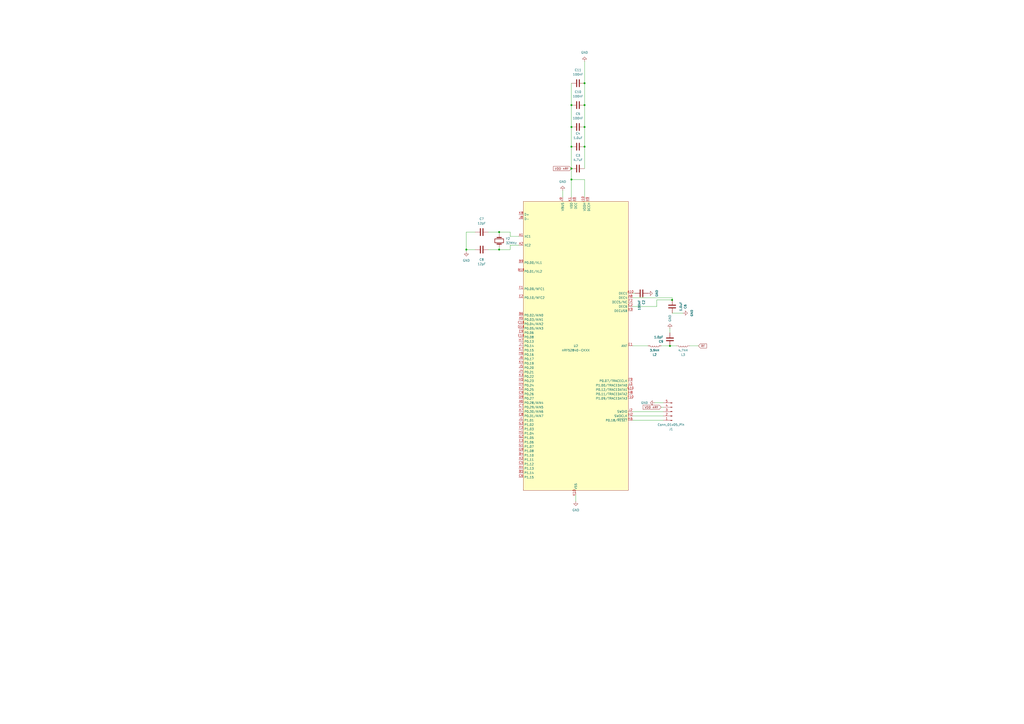
<source format=kicad_sch>
(kicad_sch
	(version 20231120)
	(generator "eeschema")
	(generator_version "8.0")
	(uuid "8f1232e1-77f8-4e18-8ec9-200b08b5caf6")
	(paper "A2")
	(lib_symbols
		(symbol "Connector:Conn_01x05_Pin"
			(pin_names
				(offset 1.016) hide)
			(exclude_from_sim no)
			(in_bom yes)
			(on_board yes)
			(property "Reference" "J"
				(at 0 7.62 0)
				(effects
					(font
						(size 1.27 1.27)
					)
				)
			)
			(property "Value" "Conn_01x05_Pin"
				(at 0 -7.62 0)
				(effects
					(font
						(size 1.27 1.27)
					)
				)
			)
			(property "Footprint" ""
				(at 0 0 0)
				(effects
					(font
						(size 1.27 1.27)
					)
					(hide yes)
				)
			)
			(property "Datasheet" "~"
				(at 0 0 0)
				(effects
					(font
						(size 1.27 1.27)
					)
					(hide yes)
				)
			)
			(property "Description" "Generic connector, single row, 01x05, script generated"
				(at 0 0 0)
				(effects
					(font
						(size 1.27 1.27)
					)
					(hide yes)
				)
			)
			(property "ki_locked" ""
				(at 0 0 0)
				(effects
					(font
						(size 1.27 1.27)
					)
				)
			)
			(property "ki_keywords" "connector"
				(at 0 0 0)
				(effects
					(font
						(size 1.27 1.27)
					)
					(hide yes)
				)
			)
			(property "ki_fp_filters" "Connector*:*_1x??_*"
				(at 0 0 0)
				(effects
					(font
						(size 1.27 1.27)
					)
					(hide yes)
				)
			)
			(symbol "Conn_01x05_Pin_1_1"
				(polyline
					(pts
						(xy 1.27 -5.08) (xy 0.8636 -5.08)
					)
					(stroke
						(width 0.1524)
						(type default)
					)
					(fill
						(type none)
					)
				)
				(polyline
					(pts
						(xy 1.27 -2.54) (xy 0.8636 -2.54)
					)
					(stroke
						(width 0.1524)
						(type default)
					)
					(fill
						(type none)
					)
				)
				(polyline
					(pts
						(xy 1.27 0) (xy 0.8636 0)
					)
					(stroke
						(width 0.1524)
						(type default)
					)
					(fill
						(type none)
					)
				)
				(polyline
					(pts
						(xy 1.27 2.54) (xy 0.8636 2.54)
					)
					(stroke
						(width 0.1524)
						(type default)
					)
					(fill
						(type none)
					)
				)
				(polyline
					(pts
						(xy 1.27 5.08) (xy 0.8636 5.08)
					)
					(stroke
						(width 0.1524)
						(type default)
					)
					(fill
						(type none)
					)
				)
				(rectangle
					(start 0.8636 -4.953)
					(end 0 -5.207)
					(stroke
						(width 0.1524)
						(type default)
					)
					(fill
						(type outline)
					)
				)
				(rectangle
					(start 0.8636 -2.413)
					(end 0 -2.667)
					(stroke
						(width 0.1524)
						(type default)
					)
					(fill
						(type outline)
					)
				)
				(rectangle
					(start 0.8636 0.127)
					(end 0 -0.127)
					(stroke
						(width 0.1524)
						(type default)
					)
					(fill
						(type outline)
					)
				)
				(rectangle
					(start 0.8636 2.667)
					(end 0 2.413)
					(stroke
						(width 0.1524)
						(type default)
					)
					(fill
						(type outline)
					)
				)
				(rectangle
					(start 0.8636 5.207)
					(end 0 4.953)
					(stroke
						(width 0.1524)
						(type default)
					)
					(fill
						(type outline)
					)
				)
				(pin passive line
					(at 5.08 5.08 180)
					(length 3.81)
					(name "Pin_1"
						(effects
							(font
								(size 1.27 1.27)
							)
						)
					)
					(number "1"
						(effects
							(font
								(size 1.27 1.27)
							)
						)
					)
				)
				(pin passive line
					(at 5.08 2.54 180)
					(length 3.81)
					(name "Pin_2"
						(effects
							(font
								(size 1.27 1.27)
							)
						)
					)
					(number "2"
						(effects
							(font
								(size 1.27 1.27)
							)
						)
					)
				)
				(pin passive line
					(at 5.08 0 180)
					(length 3.81)
					(name "Pin_3"
						(effects
							(font
								(size 1.27 1.27)
							)
						)
					)
					(number "3"
						(effects
							(font
								(size 1.27 1.27)
							)
						)
					)
				)
				(pin passive line
					(at 5.08 -2.54 180)
					(length 3.81)
					(name "Pin_4"
						(effects
							(font
								(size 1.27 1.27)
							)
						)
					)
					(number "4"
						(effects
							(font
								(size 1.27 1.27)
							)
						)
					)
				)
				(pin passive line
					(at 5.08 -5.08 180)
					(length 3.81)
					(name "Pin_5"
						(effects
							(font
								(size 1.27 1.27)
							)
						)
					)
					(number "5"
						(effects
							(font
								(size 1.27 1.27)
							)
						)
					)
				)
			)
		)
		(symbol "Device:C"
			(pin_numbers hide)
			(pin_names
				(offset 0.254)
			)
			(exclude_from_sim no)
			(in_bom yes)
			(on_board yes)
			(property "Reference" "C"
				(at 0.635 2.54 0)
				(effects
					(font
						(size 1.27 1.27)
					)
					(justify left)
				)
			)
			(property "Value" "C"
				(at 0.635 -2.54 0)
				(effects
					(font
						(size 1.27 1.27)
					)
					(justify left)
				)
			)
			(property "Footprint" ""
				(at 0.9652 -3.81 0)
				(effects
					(font
						(size 1.27 1.27)
					)
					(hide yes)
				)
			)
			(property "Datasheet" "~"
				(at 0 0 0)
				(effects
					(font
						(size 1.27 1.27)
					)
					(hide yes)
				)
			)
			(property "Description" "Unpolarized capacitor"
				(at 0 0 0)
				(effects
					(font
						(size 1.27 1.27)
					)
					(hide yes)
				)
			)
			(property "ki_keywords" "cap capacitor"
				(at 0 0 0)
				(effects
					(font
						(size 1.27 1.27)
					)
					(hide yes)
				)
			)
			(property "ki_fp_filters" "C_*"
				(at 0 0 0)
				(effects
					(font
						(size 1.27 1.27)
					)
					(hide yes)
				)
			)
			(symbol "C_0_1"
				(polyline
					(pts
						(xy -2.032 -0.762) (xy 2.032 -0.762)
					)
					(stroke
						(width 0.508)
						(type default)
					)
					(fill
						(type none)
					)
				)
				(polyline
					(pts
						(xy -2.032 0.762) (xy 2.032 0.762)
					)
					(stroke
						(width 0.508)
						(type default)
					)
					(fill
						(type none)
					)
				)
			)
			(symbol "C_1_1"
				(pin passive line
					(at 0 3.81 270)
					(length 2.794)
					(name "~"
						(effects
							(font
								(size 1.27 1.27)
							)
						)
					)
					(number "1"
						(effects
							(font
								(size 1.27 1.27)
							)
						)
					)
				)
				(pin passive line
					(at 0 -3.81 90)
					(length 2.794)
					(name "~"
						(effects
							(font
								(size 1.27 1.27)
							)
						)
					)
					(number "2"
						(effects
							(font
								(size 1.27 1.27)
							)
						)
					)
				)
			)
		)
		(symbol "Device:Crystal"
			(pin_numbers hide)
			(pin_names
				(offset 1.016) hide)
			(exclude_from_sim no)
			(in_bom yes)
			(on_board yes)
			(property "Reference" "Y"
				(at 0 3.81 0)
				(effects
					(font
						(size 1.27 1.27)
					)
				)
			)
			(property "Value" "Crystal"
				(at 0 -3.81 0)
				(effects
					(font
						(size 1.27 1.27)
					)
				)
			)
			(property "Footprint" ""
				(at 0 0 0)
				(effects
					(font
						(size 1.27 1.27)
					)
					(hide yes)
				)
			)
			(property "Datasheet" "~"
				(at 0 0 0)
				(effects
					(font
						(size 1.27 1.27)
					)
					(hide yes)
				)
			)
			(property "Description" "Two pin crystal"
				(at 0 0 0)
				(effects
					(font
						(size 1.27 1.27)
					)
					(hide yes)
				)
			)
			(property "ki_keywords" "quartz ceramic resonator oscillator"
				(at 0 0 0)
				(effects
					(font
						(size 1.27 1.27)
					)
					(hide yes)
				)
			)
			(property "ki_fp_filters" "Crystal*"
				(at 0 0 0)
				(effects
					(font
						(size 1.27 1.27)
					)
					(hide yes)
				)
			)
			(symbol "Crystal_0_1"
				(rectangle
					(start -1.143 2.54)
					(end 1.143 -2.54)
					(stroke
						(width 0.3048)
						(type default)
					)
					(fill
						(type none)
					)
				)
				(polyline
					(pts
						(xy -2.54 0) (xy -1.905 0)
					)
					(stroke
						(width 0)
						(type default)
					)
					(fill
						(type none)
					)
				)
				(polyline
					(pts
						(xy -1.905 -1.27) (xy -1.905 1.27)
					)
					(stroke
						(width 0.508)
						(type default)
					)
					(fill
						(type none)
					)
				)
				(polyline
					(pts
						(xy 1.905 -1.27) (xy 1.905 1.27)
					)
					(stroke
						(width 0.508)
						(type default)
					)
					(fill
						(type none)
					)
				)
				(polyline
					(pts
						(xy 2.54 0) (xy 1.905 0)
					)
					(stroke
						(width 0)
						(type default)
					)
					(fill
						(type none)
					)
				)
			)
			(symbol "Crystal_1_1"
				(pin passive line
					(at -3.81 0 0)
					(length 1.27)
					(name "1"
						(effects
							(font
								(size 1.27 1.27)
							)
						)
					)
					(number "1"
						(effects
							(font
								(size 1.27 1.27)
							)
						)
					)
				)
				(pin passive line
					(at 3.81 0 180)
					(length 1.27)
					(name "2"
						(effects
							(font
								(size 1.27 1.27)
							)
						)
					)
					(number "2"
						(effects
							(font
								(size 1.27 1.27)
							)
						)
					)
				)
			)
		)
		(symbol "Device:L"
			(pin_numbers hide)
			(pin_names
				(offset 1.016) hide)
			(exclude_from_sim no)
			(in_bom yes)
			(on_board yes)
			(property "Reference" "L"
				(at -1.27 0 90)
				(effects
					(font
						(size 1.27 1.27)
					)
				)
			)
			(property "Value" "L"
				(at 1.905 0 90)
				(effects
					(font
						(size 1.27 1.27)
					)
				)
			)
			(property "Footprint" ""
				(at 0 0 0)
				(effects
					(font
						(size 1.27 1.27)
					)
					(hide yes)
				)
			)
			(property "Datasheet" "~"
				(at 0 0 0)
				(effects
					(font
						(size 1.27 1.27)
					)
					(hide yes)
				)
			)
			(property "Description" "Inductor"
				(at 0 0 0)
				(effects
					(font
						(size 1.27 1.27)
					)
					(hide yes)
				)
			)
			(property "ki_keywords" "inductor choke coil reactor magnetic"
				(at 0 0 0)
				(effects
					(font
						(size 1.27 1.27)
					)
					(hide yes)
				)
			)
			(property "ki_fp_filters" "Choke_* *Coil* Inductor_* L_*"
				(at 0 0 0)
				(effects
					(font
						(size 1.27 1.27)
					)
					(hide yes)
				)
			)
			(symbol "L_0_1"
				(arc
					(start 0 -2.54)
					(mid 0.6323 -1.905)
					(end 0 -1.27)
					(stroke
						(width 0)
						(type default)
					)
					(fill
						(type none)
					)
				)
				(arc
					(start 0 -1.27)
					(mid 0.6323 -0.635)
					(end 0 0)
					(stroke
						(width 0)
						(type default)
					)
					(fill
						(type none)
					)
				)
				(arc
					(start 0 0)
					(mid 0.6323 0.635)
					(end 0 1.27)
					(stroke
						(width 0)
						(type default)
					)
					(fill
						(type none)
					)
				)
				(arc
					(start 0 1.27)
					(mid 0.6323 1.905)
					(end 0 2.54)
					(stroke
						(width 0)
						(type default)
					)
					(fill
						(type none)
					)
				)
			)
			(symbol "L_1_1"
				(pin passive line
					(at 0 3.81 270)
					(length 1.27)
					(name "1"
						(effects
							(font
								(size 1.27 1.27)
							)
						)
					)
					(number "1"
						(effects
							(font
								(size 1.27 1.27)
							)
						)
					)
				)
				(pin passive line
					(at 0 -3.81 90)
					(length 1.27)
					(name "2"
						(effects
							(font
								(size 1.27 1.27)
							)
						)
					)
					(number "2"
						(effects
							(font
								(size 1.27 1.27)
							)
						)
					)
				)
			)
		)
		(symbol "nordic-lib-kicad-nrf52:nRF52840-CKXX"
			(exclude_from_sim no)
			(in_bom yes)
			(on_board yes)
			(property "Reference" "U"
				(at 0 0 0)
				(do_not_autoplace)
				(effects
					(font
						(size 1.27 1.27)
					)
				)
			)
			(property "Value" "nRF52840-CKXX"
				(at 0 -2.54 0)
				(do_not_autoplace)
				(effects
					(font
						(size 1.27 1.27)
					)
				)
			)
			(property "Footprint" "nordic-lib-kicad-nrf52:BGA-94_10x10_3.544x3.607mm"
				(at 0 0 0)
				(effects
					(font
						(size 1.27 1.27)
					)
					(hide yes)
				)
			)
			(property "Datasheet" ""
				(at 0 0 0)
				(effects
					(font
						(size 1.27 1.27)
					)
					(hide yes)
				)
			)
			(property "Description" ""
				(at 0 0 0)
				(effects
					(font
						(size 1.27 1.27)
					)
					(hide yes)
				)
			)
			(symbol "nRF52840-CKXX_0_0"
				(pin unspecified line
					(at -33.02 63.5 0)
					(length 2.54)
					(name "XC1"
						(effects
							(font
								(size 1.27 1.27)
							)
						)
					)
					(number "A1"
						(effects
							(font
								(size 1.27 1.27)
							)
						)
					)
				)
				(pin unspecified line
					(at -33.02 58.42 0)
					(length 2.54)
					(name "XC2"
						(effects
							(font
								(size 1.27 1.27)
							)
						)
					)
					(number "A2"
						(effects
							(font
								(size 1.27 1.27)
							)
						)
					)
				)
				(pin unspecified line
					(at -33.02 -66.04 0)
					(length 2.54)
					(name "P1.11"
						(effects
							(font
								(size 1.27 1.27)
							)
						)
					)
					(number "A3"
						(effects
							(font
								(size 1.27 1.27)
							)
						)
					)
				)
				(pin unspecified line
					(at -33.02 -71.12 0)
					(length 2.54)
					(name "P1.13"
						(effects
							(font
								(size 1.27 1.27)
							)
						)
					)
					(number "A4"
						(effects
							(font
								(size 1.27 1.27)
							)
						)
					)
				)
				(pin unspecified line
					(at -33.02 15.24 0)
					(length 2.54)
					(name "P0.03/AIN1"
						(effects
							(font
								(size 1.27 1.27)
							)
						)
					)
					(number "A5"
						(effects
							(font
								(size 1.27 1.27)
							)
						)
					)
				)
				(pin unspecified line
					(at -33.02 -33.02 0)
					(length 2.54)
					(name "P0.28/AIN4"
						(effects
							(font
								(size 1.27 1.27)
							)
						)
					)
					(number "A6"
						(effects
							(font
								(size 1.27 1.27)
							)
						)
					)
				)
				(pin unspecified line
					(at -33.02 -38.1 0)
					(length 2.54)
					(name "P0.30/AIN6"
						(effects
							(font
								(size 1.27 1.27)
							)
						)
					)
					(number "A7"
						(effects
							(font
								(size 1.27 1.27)
							)
						)
					)
				)
				(pin unspecified line
					(at 0 86.36 270)
					(length 2.54)
					(name "DCC"
						(effects
							(font
								(size 1.27 1.27)
							)
						)
					)
					(number "A9"
						(effects
							(font
								(size 1.27 1.27)
							)
						)
					)
				)
				(pin unspecified line
					(at -33.02 43.18 0)
					(length 2.54)
					(name "P0.01/XL2"
						(effects
							(font
								(size 1.27 1.27)
							)
						)
					)
					(number "B10"
						(effects
							(font
								(size 1.27 1.27)
							)
						)
					)
				)
				(pin unspecified line
					(at -33.02 -63.5 0)
					(length 2.54)
					(name "P1.10"
						(effects
							(font
								(size 1.27 1.27)
							)
						)
					)
					(number "B4"
						(effects
							(font
								(size 1.27 1.27)
							)
						)
					)
				)
				(pin unspecified line
					(at -33.02 -73.66 0)
					(length 2.54)
					(name "P1.14"
						(effects
							(font
								(size 1.27 1.27)
							)
						)
					)
					(number "B5"
						(effects
							(font
								(size 1.27 1.27)
							)
						)
					)
				)
				(pin unspecified line
					(at -33.02 17.78 0)
					(length 2.54)
					(name "P0.02/AIN0"
						(effects
							(font
								(size 1.27 1.27)
							)
						)
					)
					(number "B6"
						(effects
							(font
								(size 1.27 1.27)
							)
						)
					)
				)
				(pin unspecified line
					(at -33.02 48.26 0)
					(length 2.54)
					(name "P0.00/XL1"
						(effects
							(font
								(size 1.27 1.27)
							)
						)
					)
					(number "B9"
						(effects
							(font
								(size 1.27 1.27)
							)
						)
					)
				)
				(pin unspecified line
					(at -33.02 12.7 0)
					(length 2.54)
					(name "P0.04/AIN2"
						(effects
							(font
								(size 1.27 1.27)
							)
						)
					)
					(number "C10"
						(effects
							(font
								(size 1.27 1.27)
							)
						)
					)
				)
				(pin unspecified line
					(at -33.02 -68.58 0)
					(length 2.54)
					(name "P1.12"
						(effects
							(font
								(size 1.27 1.27)
							)
						)
					)
					(number "C5"
						(effects
							(font
								(size 1.27 1.27)
							)
						)
					)
				)
				(pin unspecified line
					(at -33.02 -76.2 0)
					(length 2.54)
					(name "P1.15"
						(effects
							(font
								(size 1.27 1.27)
							)
						)
					)
					(number "C6"
						(effects
							(font
								(size 1.27 1.27)
							)
						)
					)
				)
				(pin unspecified line
					(at -33.02 -35.56 0)
					(length 2.54)
					(name "P0.29/AIN5"
						(effects
							(font
								(size 1.27 1.27)
							)
						)
					)
					(number "C7"
						(effects
							(font
								(size 1.27 1.27)
							)
						)
					)
				)
				(pin unspecified line
					(at -33.02 -40.64 0)
					(length 2.54)
					(name "P0.31/AIN7"
						(effects
							(font
								(size 1.27 1.27)
							)
						)
					)
					(number "C8"
						(effects
							(font
								(size 1.27 1.27)
							)
						)
					)
				)
				(pin unspecified line
					(at -33.02 -27.94 0)
					(length 2.54)
					(name "P0.26"
						(effects
							(font
								(size 1.27 1.27)
							)
						)
					)
					(number "C9"
						(effects
							(font
								(size 1.27 1.27)
							)
						)
					)
				)
				(pin unspecified line
					(at -33.02 10.16 0)
					(length 2.54)
					(name "P0.05/AIN3"
						(effects
							(font
								(size 1.27 1.27)
							)
						)
					)
					(number "D10"
						(effects
							(font
								(size 1.27 1.27)
							)
						)
					)
				)
				(pin unspecified line
					(at -33.02 -30.48 0)
					(length 2.54)
					(name "P0.27"
						(effects
							(font
								(size 1.27 1.27)
							)
						)
					)
					(number "D9"
						(effects
							(font
								(size 1.27 1.27)
							)
						)
					)
				)
				(pin unspecified line
					(at 33.02 0 180)
					(length 2.54)
					(name "ANT"
						(effects
							(font
								(size 1.27 1.27)
							)
						)
					)
					(number "E1"
						(effects
							(font
								(size 1.27 1.27)
							)
						)
					)
				)
				(pin unspecified line
					(at -33.02 5.08 0)
					(length 2.54)
					(name "P0.08"
						(effects
							(font
								(size 1.27 1.27)
							)
						)
					)
					(number "E10"
						(effects
							(font
								(size 1.27 1.27)
							)
						)
					)
				)
				(pin unspecified line
					(at -33.02 27.94 0)
					(length 2.54)
					(name "P0.10/NFC2"
						(effects
							(font
								(size 1.27 1.27)
							)
						)
					)
					(number "E2"
						(effects
							(font
								(size 1.27 1.27)
							)
						)
					)
				)
				(pin unspecified line
					(at -33.02 -55.88 0)
					(length 2.54)
					(name "P1.06"
						(effects
							(font
								(size 1.27 1.27)
							)
						)
					)
					(number "E3"
						(effects
							(font
								(size 1.27 1.27)
							)
						)
					)
				)
				(pin unspecified line
					(at -33.02 7.62 0)
					(length 2.54)
					(name "P0.06"
						(effects
							(font
								(size 1.27 1.27)
							)
						)
					)
					(number "E9"
						(effects
							(font
								(size 1.27 1.27)
							)
						)
					)
				)
				(pin unspecified line
					(at -33.02 33.02 0)
					(length 2.54)
					(name "P0.09/NFC1"
						(effects
							(font
								(size 1.27 1.27)
							)
						)
					)
					(number "F1"
						(effects
							(font
								(size 1.27 1.27)
							)
						)
					)
				)
				(pin unspecified line
					(at 33.02 -30.48 180)
					(length 2.54)
					(name "P1.09/TRACEDATA3"
						(effects
							(font
								(size 1.27 1.27)
							)
						)
					)
					(number "F10"
						(effects
							(font
								(size 1.27 1.27)
							)
						)
					)
				)
				(pin unspecified line
					(at -33.02 -48.26 0)
					(length 2.54)
					(name "P1.03"
						(effects
							(font
								(size 1.27 1.27)
							)
						)
					)
					(number "F3"
						(effects
							(font
								(size 1.27 1.27)
							)
						)
					)
				)
				(pin unspecified line
					(at 33.02 -20.32 180)
					(length 2.54)
					(name "P0.07/TRACECLK"
						(effects
							(font
								(size 1.27 1.27)
							)
						)
					)
					(number "F9"
						(effects
							(font
								(size 1.27 1.27)
							)
						)
					)
				)
				(pin unspecified line
					(at -33.02 -58.42 0)
					(length 2.54)
					(name "P1.07"
						(effects
							(font
								(size 1.27 1.27)
							)
						)
					)
					(number "G1"
						(effects
							(font
								(size 1.27 1.27)
							)
						)
					)
				)
				(pin unspecified line
					(at 33.02 -25.4 180)
					(length 2.54)
					(name "P0.12/TRACEDATA1"
						(effects
							(font
								(size 1.27 1.27)
							)
						)
					)
					(number "G10"
						(effects
							(font
								(size 1.27 1.27)
							)
						)
					)
				)
				(pin unspecified line
					(at -33.02 -53.34 0)
					(length 2.54)
					(name "P1.05"
						(effects
							(font
								(size 1.27 1.27)
							)
						)
					)
					(number "G2"
						(effects
							(font
								(size 1.27 1.27)
							)
						)
					)
				)
				(pin unspecified line
					(at -33.02 -45.72 0)
					(length 2.54)
					(name "P1.02"
						(effects
							(font
								(size 1.27 1.27)
							)
						)
					)
					(number "G3"
						(effects
							(font
								(size 1.27 1.27)
							)
						)
					)
				)
				(pin unspecified line
					(at -33.02 -60.96 0)
					(length 2.54)
					(name "P1.08"
						(effects
							(font
								(size 1.27 1.27)
							)
						)
					)
					(number "G9"
						(effects
							(font
								(size 1.27 1.27)
							)
						)
					)
				)
				(pin unspecified line
					(at -33.02 -50.8 0)
					(length 2.54)
					(name "P1.04"
						(effects
							(font
								(size 1.27 1.27)
							)
						)
					)
					(number "H1"
						(effects
							(font
								(size 1.27 1.27)
							)
						)
					)
				)
				(pin unspecified line
					(at 33.02 -40.64 180)
					(length 2.54)
					(name "SWDCLK"
						(effects
							(font
								(size 1.27 1.27)
							)
						)
					)
					(number "H2"
						(effects
							(font
								(size 1.27 1.27)
							)
						)
					)
				)
				(pin unspecified line
					(at -33.02 -22.86 0)
					(length 2.54)
					(name "P0.24"
						(effects
							(font
								(size 1.27 1.27)
							)
						)
					)
					(number "H4"
						(effects
							(font
								(size 1.27 1.27)
							)
						)
					)
				)
				(pin unspecified line
					(at -33.02 -20.32 0)
					(length 2.54)
					(name "P0.23"
						(effects
							(font
								(size 1.27 1.27)
							)
						)
					)
					(number "H5"
						(effects
							(font
								(size 1.27 1.27)
							)
						)
					)
				)
				(pin unspecified line
					(at -33.02 -5.08 0)
					(length 2.54)
					(name "P0.16"
						(effects
							(font
								(size 1.27 1.27)
							)
						)
					)
					(number "H6"
						(effects
							(font
								(size 1.27 1.27)
							)
						)
					)
				)
				(pin unspecified line
					(at -33.02 2.54 0)
					(length 2.54)
					(name "P0.13"
						(effects
							(font
								(size 1.27 1.27)
							)
						)
					)
					(number "H7"
						(effects
							(font
								(size 1.27 1.27)
							)
						)
					)
				)
				(pin unspecified line
					(at 33.02 -27.94 180)
					(length 2.54)
					(name "P0.11/TRACEDATA2"
						(effects
							(font
								(size 1.27 1.27)
							)
						)
					)
					(number "H8"
						(effects
							(font
								(size 1.27 1.27)
							)
						)
					)
				)
				(pin unspecified line
					(at 7.62 86.36 270)
					(length 2.54)
					(name "DCCH"
						(effects
							(font
								(size 1.27 1.27)
							)
						)
					)
					(number "H9"
						(effects
							(font
								(size 1.27 1.27)
							)
						)
					)
				)
				(pin unspecified line
					(at -33.02 -43.18 0)
					(length 2.54)
					(name "P1.01"
						(effects
							(font
								(size 1.27 1.27)
							)
						)
					)
					(number "J1"
						(effects
							(font
								(size 1.27 1.27)
							)
						)
					)
				)
				(pin unspecified line
					(at 5.08 86.36 270)
					(length 2.54)
					(name "VDDH"
						(effects
							(font
								(size 1.27 1.27)
							)
						)
					)
					(number "J10"
						(effects
							(font
								(size 1.27 1.27)
							)
						)
					)
				)
				(pin unspecified line
					(at 33.02 -38.1 180)
					(length 2.54)
					(name "SWDIO"
						(effects
							(font
								(size 1.27 1.27)
							)
						)
					)
					(number "J2"
						(effects
							(font
								(size 1.27 1.27)
							)
						)
					)
				)
				(pin unspecified line
					(at 33.02 -22.86 180)
					(length 2.54)
					(name "P1.00/TRACEDATA0"
						(effects
							(font
								(size 1.27 1.27)
							)
						)
					)
					(number "J3"
						(effects
							(font
								(size 1.27 1.27)
							)
						)
					)
				)
				(pin unspecified line
					(at -33.02 -15.24 0)
					(length 2.54)
					(name "P0.21"
						(effects
							(font
								(size 1.27 1.27)
							)
						)
					)
					(number "J4"
						(effects
							(font
								(size 1.27 1.27)
							)
						)
					)
				)
				(pin unspecified line
					(at -33.02 -12.7 0)
					(length 2.54)
					(name "P0.20"
						(effects
							(font
								(size 1.27 1.27)
							)
						)
					)
					(number "J5"
						(effects
							(font
								(size 1.27 1.27)
							)
						)
					)
				)
				(pin unspecified line
					(at -33.02 -7.62 0)
					(length 2.54)
					(name "P0.17"
						(effects
							(font
								(size 1.27 1.27)
							)
						)
					)
					(number "J6"
						(effects
							(font
								(size 1.27 1.27)
							)
						)
					)
				)
				(pin unspecified line
					(at -33.02 0 0)
					(length 2.54)
					(name "P0.14"
						(effects
							(font
								(size 1.27 1.27)
							)
						)
					)
					(number "J7"
						(effects
							(font
								(size 1.27 1.27)
							)
						)
					)
				)
				(pin unspecified line
					(at -33.02 73.66 0)
					(length 2.54)
					(name "D-"
						(effects
							(font
								(size 1.27 1.27)
							)
						)
					)
					(number "J8"
						(effects
							(font
								(size 1.27 1.27)
							)
						)
					)
				)
				(pin unspecified line
					(at -7.62 86.36 270)
					(length 2.54)
					(name "VBUS"
						(effects
							(font
								(size 1.27 1.27)
							)
						)
					)
					(number "J9"
						(effects
							(font
								(size 1.27 1.27)
							)
						)
					)
				)
				(pin unspecified line
					(at -2.54 86.36 270)
					(length 2.54)
					(name "VDD"
						(effects
							(font
								(size 1.27 1.27)
							)
						)
					)
					(number "K1"
						(effects
							(font
								(size 1.27 1.27)
							)
						)
					)
				)
				(pin unspecified line
					(at 0 -86.36 90)
					(length 2.54)
					(name "VSS"
						(effects
							(font
								(size 1.27 1.27)
							)
						)
					)
					(number "K10"
						(effects
							(font
								(size 1.27 1.27)
							)
						)
					)
				)
				(pin unspecified line
					(at -33.02 -25.4 0)
					(length 2.54)
					(name "P0.25"
						(effects
							(font
								(size 1.27 1.27)
							)
						)
					)
					(number "K2"
						(effects
							(font
								(size 1.27 1.27)
							)
						)
					)
				)
				(pin unspecified line
					(at -33.02 -17.78 0)
					(length 2.54)
					(name "P0.22"
						(effects
							(font
								(size 1.27 1.27)
							)
						)
					)
					(number "K3"
						(effects
							(font
								(size 1.27 1.27)
							)
						)
					)
				)
				(pin unspecified line
					(at -33.02 -10.16 0)
					(length 2.54)
					(name "P0.19"
						(effects
							(font
								(size 1.27 1.27)
							)
						)
					)
					(number "K4"
						(effects
							(font
								(size 1.27 1.27)
							)
						)
					)
				)
				(pin unspecified line
					(at -33.02 -2.54 0)
					(length 2.54)
					(name "P0.15"
						(effects
							(font
								(size 1.27 1.27)
							)
						)
					)
					(number "K7"
						(effects
							(font
								(size 1.27 1.27)
							)
						)
					)
				)
				(pin unspecified line
					(at -33.02 76.2 0)
					(length 2.54)
					(name "D+"
						(effects
							(font
								(size 1.27 1.27)
							)
						)
					)
					(number "K8"
						(effects
							(font
								(size 1.27 1.27)
							)
						)
					)
				)
				(pin unspecified line
					(at 33.02 20.32 180)
					(length 2.54)
					(name "DECUSB"
						(effects
							(font
								(size 1.27 1.27)
							)
						)
					)
					(number "K9"
						(effects
							(font
								(size 1.27 1.27)
							)
						)
					)
				)
			)
			(symbol "nRF52840-CKXX_1_0"
				(pin unspecified line
					(at 33.02 30.48 180)
					(length 2.54)
					(name "DEC1"
						(effects
							(font
								(size 1.27 1.27)
							)
						)
					)
					(number "A10"
						(effects
							(font
								(size 1.27 1.27)
							)
						)
					)
				)
				(pin unspecified line
					(at 33.02 27.94 180)
					(length 2.54)
					(name "DEC4"
						(effects
							(font
								(size 1.27 1.27)
							)
						)
					)
					(number "A8"
						(effects
							(font
								(size 1.27 1.27)
							)
						)
					)
				)
				(pin unspecified line
					(at -2.54 86.36 270)
					(length 2.54) hide
					(name "VDD"
						(effects
							(font
								(size 1.27 1.27)
							)
						)
					)
					(number "B3"
						(effects
							(font
								(size 1.27 1.27)
							)
						)
					)
				)
				(pin unspecified line
					(at 0 -86.36 90)
					(length 2.54) hide
					(name "VSS"
						(effects
							(font
								(size 1.27 1.27)
							)
						)
					)
					(number "B7"
						(effects
							(font
								(size 1.27 1.27)
							)
						)
					)
				)
				(pin unspecified line
					(at -2.54 86.36 270)
					(length 2.54) hide
					(name "VDD"
						(effects
							(font
								(size 1.27 1.27)
							)
						)
					)
					(number "B8"
						(effects
							(font
								(size 1.27 1.27)
							)
						)
					)
				)
				(pin unspecified line
					(at 0 -86.36 90)
					(length 2.54) hide
					(name "VSS_PA"
						(effects
							(font
								(size 1.27 1.27)
							)
						)
					)
					(number "C1"
						(effects
							(font
								(size 1.27 1.27)
							)
						)
					)
				)
				(pin unspecified line
					(at 33.02 22.86 180)
					(length 2.54)
					(name "DEC6"
						(effects
							(font
								(size 1.27 1.27)
							)
						)
					)
					(number "C2"
						(effects
							(font
								(size 1.27 1.27)
							)
						)
					)
				)
				(pin unspecified line
					(at 0 -86.36 90)
					(length 2.54) hide
					(name "VSS"
						(effects
							(font
								(size 1.27 1.27)
							)
						)
					)
					(number "C4"
						(effects
							(font
								(size 1.27 1.27)
							)
						)
					)
				)
				(pin unspecified line
					(at 0 -86.36 90)
					(length 2.54) hide
					(name "VSS"
						(effects
							(font
								(size 1.27 1.27)
							)
						)
					)
					(number "D3"
						(effects
							(font
								(size 1.27 1.27)
							)
						)
					)
				)
				(pin unspecified line
					(at 0 -86.36 90)
					(length 2.54) hide
					(name "VSS"
						(effects
							(font
								(size 1.27 1.27)
							)
						)
					)
					(number "D4"
						(effects
							(font
								(size 1.27 1.27)
							)
						)
					)
				)
				(pin unspecified line
					(at 0 -86.36 90)
					(length 2.54) hide
					(name "VSS"
						(effects
							(font
								(size 1.27 1.27)
							)
						)
					)
					(number "D5"
						(effects
							(font
								(size 1.27 1.27)
							)
						)
					)
				)
				(pin unspecified line
					(at 0 -86.36 90)
					(length 2.54) hide
					(name "VSS"
						(effects
							(font
								(size 1.27 1.27)
							)
						)
					)
					(number "D6"
						(effects
							(font
								(size 1.27 1.27)
							)
						)
					)
				)
				(pin unspecified line
					(at 0 -86.36 90)
					(length 2.54) hide
					(name "VSS"
						(effects
							(font
								(size 1.27 1.27)
							)
						)
					)
					(number "D7"
						(effects
							(font
								(size 1.27 1.27)
							)
						)
					)
				)
				(pin unspecified line
					(at 0 -86.36 90)
					(length 2.54) hide
					(name "VSS"
						(effects
							(font
								(size 1.27 1.27)
							)
						)
					)
					(number "D8"
						(effects
							(font
								(size 1.27 1.27)
							)
						)
					)
				)
				(pin unspecified line
					(at 0 -86.36 90)
					(length 2.54) hide
					(name "VSS"
						(effects
							(font
								(size 1.27 1.27)
							)
						)
					)
					(number "E4"
						(effects
							(font
								(size 1.27 1.27)
							)
						)
					)
				)
				(pin unspecified line
					(at 0 -86.36 90)
					(length 2.54) hide
					(name "VSS"
						(effects
							(font
								(size 1.27 1.27)
							)
						)
					)
					(number "E5"
						(effects
							(font
								(size 1.27 1.27)
							)
						)
					)
				)
				(pin unspecified line
					(at 0 -86.36 90)
					(length 2.54) hide
					(name "VSS"
						(effects
							(font
								(size 1.27 1.27)
							)
						)
					)
					(number "E6"
						(effects
							(font
								(size 1.27 1.27)
							)
						)
					)
				)
				(pin unspecified line
					(at 0 -86.36 90)
					(length 2.54) hide
					(name "VSS"
						(effects
							(font
								(size 1.27 1.27)
							)
						)
					)
					(number "E7"
						(effects
							(font
								(size 1.27 1.27)
							)
						)
					)
				)
				(pin unspecified line
					(at 0 -86.36 90)
					(length 2.54) hide
					(name "VSS"
						(effects
							(font
								(size 1.27 1.27)
							)
						)
					)
					(number "E8"
						(effects
							(font
								(size 1.27 1.27)
							)
						)
					)
				)
				(pin unspecified line
					(at 33.02 25.4 180)
					(length 2.54)
					(name "DEC5/NC"
						(effects
							(font
								(size 1.27 1.27)
							)
						)
					)
					(number "F2"
						(effects
							(font
								(size 1.27 1.27)
							)
						)
					)
				)
				(pin unspecified line
					(at 0 -86.36 90)
					(length 2.54) hide
					(name "VSS"
						(effects
							(font
								(size 1.27 1.27)
							)
						)
					)
					(number "F4"
						(effects
							(font
								(size 1.27 1.27)
							)
						)
					)
				)
				(pin unspecified line
					(at 0 -86.36 90)
					(length 2.54) hide
					(name "VSS"
						(effects
							(font
								(size 1.27 1.27)
							)
						)
					)
					(number "F5"
						(effects
							(font
								(size 1.27 1.27)
							)
						)
					)
				)
				(pin unspecified line
					(at 0 -86.36 90)
					(length 2.54) hide
					(name "VSS"
						(effects
							(font
								(size 1.27 1.27)
							)
						)
					)
					(number "F6"
						(effects
							(font
								(size 1.27 1.27)
							)
						)
					)
				)
				(pin unspecified line
					(at 0 -86.36 90)
					(length 2.54) hide
					(name "VSS"
						(effects
							(font
								(size 1.27 1.27)
							)
						)
					)
					(number "F7"
						(effects
							(font
								(size 1.27 1.27)
							)
						)
					)
				)
				(pin unspecified line
					(at 0 -86.36 90)
					(length 2.54) hide
					(name "VSS"
						(effects
							(font
								(size 1.27 1.27)
							)
						)
					)
					(number "F8"
						(effects
							(font
								(size 1.27 1.27)
							)
						)
					)
				)
				(pin unspecified line
					(at 0 -86.36 90)
					(length 2.54) hide
					(name "VSS"
						(effects
							(font
								(size 1.27 1.27)
							)
						)
					)
					(number "G4"
						(effects
							(font
								(size 1.27 1.27)
							)
						)
					)
				)
				(pin unspecified line
					(at 0 -86.36 90)
					(length 2.54) hide
					(name "VSS"
						(effects
							(font
								(size 1.27 1.27)
							)
						)
					)
					(number "G5"
						(effects
							(font
								(size 1.27 1.27)
							)
						)
					)
				)
				(pin unspecified line
					(at 0 -86.36 90)
					(length 2.54) hide
					(name "VSS"
						(effects
							(font
								(size 1.27 1.27)
							)
						)
					)
					(number "G6"
						(effects
							(font
								(size 1.27 1.27)
							)
						)
					)
				)
				(pin unspecified line
					(at 0 -86.36 90)
					(length 2.54) hide
					(name "VSS"
						(effects
							(font
								(size 1.27 1.27)
							)
						)
					)
					(number "G7"
						(effects
							(font
								(size 1.27 1.27)
							)
						)
					)
				)
				(pin unspecified line
					(at 0 -86.36 90)
					(length 2.54) hide
					(name "VSS"
						(effects
							(font
								(size 1.27 1.27)
							)
						)
					)
					(number "G8"
						(effects
							(font
								(size 1.27 1.27)
							)
						)
					)
				)
				(pin unspecified line
					(at -2.54 86.36 270)
					(length 2.54) hide
					(name "VDD"
						(effects
							(font
								(size 1.27 1.27)
							)
						)
					)
					(number "H10"
						(effects
							(font
								(size 1.27 1.27)
							)
						)
					)
				)
				(pin unspecified line
					(at -2.54 86.36 270)
					(length 2.54) hide
					(name "VDD"
						(effects
							(font
								(size 1.27 1.27)
							)
						)
					)
					(number "K5"
						(effects
							(font
								(size 1.27 1.27)
							)
						)
					)
				)
				(pin unspecified line
					(at 33.02 -43.18 180)
					(length 2.54)
					(name "P0.18/~{RESET}"
						(effects
							(font
								(size 1.27 1.27)
							)
						)
					)
					(number "K6"
						(effects
							(font
								(size 1.27 1.27)
							)
						)
					)
				)
			)
			(symbol "nRF52840-CKXX_1_1"
				(rectangle
					(start -30.48 83.82)
					(end 30.48 -83.82)
					(stroke
						(width 0)
						(type default)
					)
					(fill
						(type background)
					)
				)
			)
		)
		(symbol "power:GND"
			(power)
			(pin_numbers hide)
			(pin_names
				(offset 0) hide)
			(exclude_from_sim no)
			(in_bom yes)
			(on_board yes)
			(property "Reference" "#PWR"
				(at 0 -6.35 0)
				(effects
					(font
						(size 1.27 1.27)
					)
					(hide yes)
				)
			)
			(property "Value" "GND"
				(at 0 -3.81 0)
				(effects
					(font
						(size 1.27 1.27)
					)
				)
			)
			(property "Footprint" ""
				(at 0 0 0)
				(effects
					(font
						(size 1.27 1.27)
					)
					(hide yes)
				)
			)
			(property "Datasheet" ""
				(at 0 0 0)
				(effects
					(font
						(size 1.27 1.27)
					)
					(hide yes)
				)
			)
			(property "Description" "Power symbol creates a global label with name \"GND\" , ground"
				(at 0 0 0)
				(effects
					(font
						(size 1.27 1.27)
					)
					(hide yes)
				)
			)
			(property "ki_keywords" "global power"
				(at 0 0 0)
				(effects
					(font
						(size 1.27 1.27)
					)
					(hide yes)
				)
			)
			(symbol "GND_0_1"
				(polyline
					(pts
						(xy 0 0) (xy 0 -1.27) (xy 1.27 -1.27) (xy 0 -2.54) (xy -1.27 -1.27) (xy 0 -1.27)
					)
					(stroke
						(width 0)
						(type default)
					)
					(fill
						(type none)
					)
				)
			)
			(symbol "GND_1_1"
				(pin power_in line
					(at 0 0 270)
					(length 0)
					(name "~"
						(effects
							(font
								(size 1.27 1.27)
							)
						)
					)
					(number "1"
						(effects
							(font
								(size 1.27 1.27)
							)
						)
					)
				)
			)
		)
	)
	(junction
		(at 289.56 134.62)
		(diameter 0)
		(color 0 0 0 0)
		(uuid "118e3980-a43f-4e66-8e59-9a2bb6608ed1")
	)
	(junction
		(at 289.56 144.78)
		(diameter 0)
		(color 0 0 0 0)
		(uuid "30d4aa6b-ffab-4609-a9d0-c7b9ccc7d0b6")
	)
	(junction
		(at 339.09 60.96)
		(diameter 0)
		(color 0 0 0 0)
		(uuid "69620720-efe1-40d6-9bbe-1a46809bf433")
	)
	(junction
		(at 339.09 48.26)
		(diameter 0)
		(color 0 0 0 0)
		(uuid "9608e2ec-9311-45ca-9c1b-e8f007bf62c1")
	)
	(junction
		(at 331.47 104.14)
		(diameter 0)
		(color 0 0 0 0)
		(uuid "9ba0ca67-b810-4ac0-b444-fda62e082bae")
	)
	(junction
		(at 331.47 97.79)
		(diameter 0)
		(color 0 0 0 0)
		(uuid "9dc97f01-97e4-4a24-8fcd-a7ccee6bc926")
	)
	(junction
		(at 331.47 73.66)
		(diameter 0)
		(color 0 0 0 0)
		(uuid "a8e0c1b0-a26c-4e66-b286-965dff277c96")
	)
	(junction
		(at 270.51 144.78)
		(diameter 0)
		(color 0 0 0 0)
		(uuid "b1d3f63e-f7fd-4e1b-8d1c-c0952f8feeb2")
	)
	(junction
		(at 331.47 60.96)
		(diameter 0)
		(color 0 0 0 0)
		(uuid "b655972c-47e9-477b-b450-b6aae7f094ae")
	)
	(junction
		(at 389.89 173.99)
		(diameter 0)
		(color 0 0 0 0)
		(uuid "c4c86b4b-8823-45fc-9fbc-71aca8c0d310")
	)
	(junction
		(at 339.09 85.09)
		(diameter 0)
		(color 0 0 0 0)
		(uuid "e1c5d92e-6d5d-4e49-9434-99535a80d063")
	)
	(junction
		(at 339.09 73.66)
		(diameter 0)
		(color 0 0 0 0)
		(uuid "e748b251-1dbd-41f3-afa4-bf355b3010dd")
	)
	(junction
		(at 331.47 85.09)
		(diameter 0)
		(color 0 0 0 0)
		(uuid "e8b6b15b-742c-43aa-af2b-304bd212bcc1")
	)
	(junction
		(at 388.62 200.66)
		(diameter 0)
		(color 0 0 0 0)
		(uuid "fa9dec89-d59f-4238-8a50-de760809061e")
	)
	(wire
		(pts
			(xy 331.47 104.14) (xy 339.09 104.14)
		)
		(stroke
			(width 0)
			(type default)
		)
		(uuid "00eeb8ab-c539-401d-8a2d-638539c155d8")
	)
	(wire
		(pts
			(xy 339.09 114.3) (xy 339.09 104.14)
		)
		(stroke
			(width 0)
			(type default)
		)
		(uuid "05f8363c-aacc-4100-8d3d-48554b95ed92")
	)
	(wire
		(pts
			(xy 367.03 241.3) (xy 384.81 241.3)
		)
		(stroke
			(width 0)
			(type default)
		)
		(uuid "102182ae-fd9d-42e6-be9a-d2e32870b77c")
	)
	(wire
		(pts
			(xy 367.03 170.18) (xy 368.3 170.18)
		)
		(stroke
			(width 0)
			(type default)
		)
		(uuid "179efcda-ff5d-4ac7-a1e5-251c00f53a4b")
	)
	(wire
		(pts
			(xy 367.03 172.72) (xy 389.89 172.72)
		)
		(stroke
			(width 0)
			(type default)
		)
		(uuid "27f95e4a-b87e-43f5-8e5e-6cd68fd7a62f")
	)
	(wire
		(pts
			(xy 295.91 142.24) (xy 295.91 144.78)
		)
		(stroke
			(width 0)
			(type default)
		)
		(uuid "3497ecc7-8975-4459-925a-b549c1a4ca3e")
	)
	(wire
		(pts
			(xy 389.89 172.72) (xy 389.89 173.99)
		)
		(stroke
			(width 0)
			(type default)
		)
		(uuid "34f53a43-43a4-497e-8569-d67df389b9f8")
	)
	(wire
		(pts
			(xy 275.59 134.62) (xy 270.51 134.62)
		)
		(stroke
			(width 0)
			(type default)
		)
		(uuid "3596c924-77c5-4600-b16c-1ad3cb26e999")
	)
	(wire
		(pts
			(xy 275.59 144.78) (xy 270.51 144.78)
		)
		(stroke
			(width 0)
			(type default)
		)
		(uuid "4fd92803-5301-4d2e-9dc5-483ec1652cb6")
	)
	(wire
		(pts
			(xy 300.99 137.16) (xy 295.91 137.16)
		)
		(stroke
			(width 0)
			(type default)
		)
		(uuid "51a6e02e-3e6b-4972-9604-d676b3fc479d")
	)
	(wire
		(pts
			(xy 339.09 35.56) (xy 339.09 48.26)
		)
		(stroke
			(width 0)
			(type default)
		)
		(uuid "56018662-fe1d-45d3-a4c3-915ea2fa8982")
	)
	(wire
		(pts
			(xy 289.56 135.89) (xy 289.56 134.62)
		)
		(stroke
			(width 0)
			(type default)
		)
		(uuid "5d6a48a1-139f-4a5d-91fb-2c85a31ddc05")
	)
	(wire
		(pts
			(xy 396.24 181.61) (xy 389.89 181.61)
		)
		(stroke
			(width 0)
			(type default)
		)
		(uuid "5f7e052f-e82e-475b-b0a0-a00ffe332bec")
	)
	(wire
		(pts
			(xy 367.03 238.76) (xy 384.81 238.76)
		)
		(stroke
			(width 0)
			(type default)
		)
		(uuid "643ff4f1-1c70-479e-96a2-4d54567ac73e")
	)
	(wire
		(pts
			(xy 381 177.8) (xy 381 173.99)
		)
		(stroke
			(width 0)
			(type default)
		)
		(uuid "6acfeda2-1abb-461f-92d8-39f5893ec138")
	)
	(wire
		(pts
			(xy 283.21 134.62) (xy 289.56 134.62)
		)
		(stroke
			(width 0)
			(type default)
		)
		(uuid "6b9d27f5-9ca8-45c3-931a-1df30b522fef")
	)
	(wire
		(pts
			(xy 295.91 142.24) (xy 300.99 142.24)
		)
		(stroke
			(width 0)
			(type default)
		)
		(uuid "797e3a99-412e-43fd-b687-cf96393a1efe")
	)
	(wire
		(pts
			(xy 326.39 110.49) (xy 326.39 114.3)
		)
		(stroke
			(width 0)
			(type default)
		)
		(uuid "7a8f4d1d-4e1a-4589-8236-11f14af024ee")
	)
	(wire
		(pts
			(xy 379.73 233.68) (xy 384.81 233.68)
		)
		(stroke
			(width 0)
			(type default)
		)
		(uuid "7add1785-2028-4ed9-bbac-460609c851df")
	)
	(wire
		(pts
			(xy 339.09 73.66) (xy 339.09 85.09)
		)
		(stroke
			(width 0)
			(type default)
		)
		(uuid "7dac1611-5993-4d51-b9f4-fc64d7df6ef6")
	)
	(wire
		(pts
			(xy 334.01 290.83) (xy 334.01 287.02)
		)
		(stroke
			(width 0)
			(type default)
		)
		(uuid "7e20cea4-24a9-42f0-a74b-96cac8829d4b")
	)
	(wire
		(pts
			(xy 367.03 200.66) (xy 375.92 200.66)
		)
		(stroke
			(width 0)
			(type default)
		)
		(uuid "84ea47c0-2617-49b9-925f-6c16701d7f1b")
	)
	(wire
		(pts
			(xy 388.62 193.04) (xy 388.62 190.5)
		)
		(stroke
			(width 0)
			(type default)
		)
		(uuid "85d6be9a-95d9-49be-ab63-66f7886c6610")
	)
	(wire
		(pts
			(xy 331.47 60.96) (xy 331.47 73.66)
		)
		(stroke
			(width 0)
			(type default)
		)
		(uuid "8a365836-e7b8-4a52-9a88-1945ec4aad12")
	)
	(wire
		(pts
			(xy 383.54 236.22) (xy 384.81 236.22)
		)
		(stroke
			(width 0)
			(type default)
		)
		(uuid "92f93c29-2276-4b40-bd27-ff5b9f56bae2")
	)
	(wire
		(pts
			(xy 405.13 200.66) (xy 400.05 200.66)
		)
		(stroke
			(width 0)
			(type default)
		)
		(uuid "965ba857-2f75-418e-adf1-cca4f09bd3d0")
	)
	(wire
		(pts
			(xy 339.09 60.96) (xy 339.09 73.66)
		)
		(stroke
			(width 0)
			(type default)
		)
		(uuid "977950ae-a3c3-4149-9398-c7ecb1982154")
	)
	(wire
		(pts
			(xy 367.03 177.8) (xy 381 177.8)
		)
		(stroke
			(width 0)
			(type default)
		)
		(uuid "a104457b-7bed-4500-a84d-7e86dc63ee02")
	)
	(wire
		(pts
			(xy 283.21 144.78) (xy 289.56 144.78)
		)
		(stroke
			(width 0)
			(type default)
		)
		(uuid "ac7e6e15-5752-44c7-9f26-2061125f9c65")
	)
	(wire
		(pts
			(xy 331.47 114.3) (xy 331.47 104.14)
		)
		(stroke
			(width 0)
			(type default)
		)
		(uuid "acd594d7-c728-4ea8-828a-0f34666a83d7")
	)
	(wire
		(pts
			(xy 295.91 137.16) (xy 295.91 134.62)
		)
		(stroke
			(width 0)
			(type default)
		)
		(uuid "bedcb001-2652-476e-b09b-324a5982c35e")
	)
	(wire
		(pts
			(xy 331.47 73.66) (xy 331.47 85.09)
		)
		(stroke
			(width 0)
			(type default)
		)
		(uuid "c01bd03e-9707-4403-af14-3d08091f4165")
	)
	(wire
		(pts
			(xy 295.91 144.78) (xy 289.56 144.78)
		)
		(stroke
			(width 0)
			(type default)
		)
		(uuid "c3141724-e597-49a2-9e19-2ac148259834")
	)
	(wire
		(pts
			(xy 331.47 48.26) (xy 331.47 60.96)
		)
		(stroke
			(width 0)
			(type default)
		)
		(uuid "c3484a43-ea4d-4c66-9382-b4b8ffd6fca1")
	)
	(wire
		(pts
			(xy 381 173.99) (xy 389.89 173.99)
		)
		(stroke
			(width 0)
			(type default)
		)
		(uuid "c96cca80-8e0b-4761-9437-0bc14f711b24")
	)
	(wire
		(pts
			(xy 367.03 243.84) (xy 384.81 243.84)
		)
		(stroke
			(width 0)
			(type default)
		)
		(uuid "cba0ac87-e46f-435c-af24-2cc0c9a6da3d")
	)
	(wire
		(pts
			(xy 331.47 85.09) (xy 331.47 97.79)
		)
		(stroke
			(width 0)
			(type default)
		)
		(uuid "cef8b89a-4534-4cdf-a457-b530caa09a9a")
	)
	(wire
		(pts
			(xy 392.43 200.66) (xy 388.62 200.66)
		)
		(stroke
			(width 0)
			(type default)
		)
		(uuid "cf116ac2-4584-44d8-b31f-85350c324935")
	)
	(wire
		(pts
			(xy 289.56 144.78) (xy 289.56 143.51)
		)
		(stroke
			(width 0)
			(type default)
		)
		(uuid "d712f21b-b00f-43b3-81d2-ef9cc409f2a7")
	)
	(wire
		(pts
			(xy 270.51 144.78) (xy 270.51 146.05)
		)
		(stroke
			(width 0)
			(type default)
		)
		(uuid "d8a618f2-4936-45a5-8ee0-a4b6c3420143")
	)
	(wire
		(pts
			(xy 270.51 134.62) (xy 270.51 144.78)
		)
		(stroke
			(width 0)
			(type default)
		)
		(uuid "dec318a9-e41c-4f79-8da6-2e27eeda3bc4")
	)
	(wire
		(pts
			(xy 331.47 97.79) (xy 331.47 104.14)
		)
		(stroke
			(width 0)
			(type default)
		)
		(uuid "e95ef93a-8a98-4e6d-be66-6d44c362636d")
	)
	(wire
		(pts
			(xy 388.62 200.66) (xy 383.54 200.66)
		)
		(stroke
			(width 0)
			(type default)
		)
		(uuid "ea94aada-e0cb-48da-a03a-85e8f450c78e")
	)
	(wire
		(pts
			(xy 339.09 48.26) (xy 339.09 60.96)
		)
		(stroke
			(width 0)
			(type default)
		)
		(uuid "ebcfd2f2-1239-49f5-a169-ad80112d9710")
	)
	(wire
		(pts
			(xy 295.91 134.62) (xy 289.56 134.62)
		)
		(stroke
			(width 0)
			(type default)
		)
		(uuid "f1df8d52-3c67-4cd6-89a8-7dd1e780ca72")
	)
	(wire
		(pts
			(xy 339.09 85.09) (xy 339.09 97.79)
		)
		(stroke
			(width 0)
			(type default)
		)
		(uuid "ff4faa43-d034-4354-9a0b-1d810833d7fa")
	)
	(global_label "VDD nRF"
		(shape input)
		(at 331.47 97.79 180)
		(fields_autoplaced yes)
		(effects
			(font
				(size 1.27 1.27)
			)
			(justify right)
		)
		(uuid "5432a128-cf59-42bd-9e2a-8b57360af903")
		(property "Intersheetrefs" "${INTERSHEET_REFS}"
			(at 320.381 97.79 0)
			(effects
				(font
					(size 1.27 1.27)
				)
				(justify right)
				(hide yes)
			)
		)
	)
	(global_label "RF"
		(shape input)
		(at 405.13 200.66 0)
		(fields_autoplaced yes)
		(effects
			(font
				(size 1.27 1.27)
			)
			(justify left)
		)
		(uuid "6cd0cf8c-6e27-4643-b7cb-b21455f51914")
		(property "Intersheetrefs" "${INTERSHEET_REFS}"
			(at 410.4738 200.66 0)
			(effects
				(font
					(size 1.27 1.27)
				)
				(justify left)
				(hide yes)
			)
		)
	)
	(global_label "VDD nRF"
		(shape input)
		(at 383.54 236.22 180)
		(fields_autoplaced yes)
		(effects
			(font
				(size 1.27 1.27)
			)
			(justify right)
		)
		(uuid "87b8df14-2f83-48bc-a8bc-7858839eef47")
		(property "Intersheetrefs" "${INTERSHEET_REFS}"
			(at 372.451 236.22 0)
			(effects
				(font
					(size 1.27 1.27)
				)
				(justify right)
				(hide yes)
			)
		)
	)
	(symbol
		(lib_id "power:GND")
		(at 396.24 181.61 90)
		(unit 1)
		(exclude_from_sim no)
		(in_bom yes)
		(on_board yes)
		(dnp no)
		(fields_autoplaced yes)
		(uuid "018903e3-9c95-42ae-93da-b849da016853")
		(property "Reference" "#PWR04"
			(at 402.59 181.61 0)
			(effects
				(font
					(size 1.27 1.27)
				)
				(hide yes)
			)
		)
		(property "Value" "GND"
			(at 401.32 181.61 0)
			(effects
				(font
					(size 1.27 1.27)
				)
			)
		)
		(property "Footprint" ""
			(at 396.24 181.61 0)
			(effects
				(font
					(size 1.27 1.27)
				)
				(hide yes)
			)
		)
		(property "Datasheet" ""
			(at 396.24 181.61 0)
			(effects
				(font
					(size 1.27 1.27)
				)
				(hide yes)
			)
		)
		(property "Description" "Power symbol creates a global label with name \"GND\" , ground"
			(at 396.24 181.61 0)
			(effects
				(font
					(size 1.27 1.27)
				)
				(hide yes)
			)
		)
		(pin "1"
			(uuid "b838fe07-6d68-4afa-9f46-e2e6d4129586")
		)
		(instances
			(project "pcb1"
				(path "/8f1232e1-77f8-4e18-8ec9-200b08b5caf6"
					(reference "#PWR04")
					(unit 1)
				)
			)
		)
	)
	(symbol
		(lib_id "nordic-lib-kicad-nrf52:nRF52840-CKXX")
		(at 334.01 200.66 0)
		(unit 1)
		(exclude_from_sim no)
		(in_bom yes)
		(on_board yes)
		(dnp no)
		(fields_autoplaced yes)
		(uuid "08097255-8703-4109-90f6-72245a7b62d5")
		(property "Reference" "U2"
			(at 334.01 200.66 0)
			(do_not_autoplace yes)
			(effects
				(font
					(size 1.27 1.27)
				)
			)
		)
		(property "Value" "nRF52840-CKXX"
			(at 334.01 203.2 0)
			(do_not_autoplace yes)
			(effects
				(font
					(size 1.27 1.27)
				)
			)
		)
		(property "Footprint" "nordic-lib-kicad-nrf52:BGA-94_10x10_3.544x3.607mm"
			(at 334.01 200.66 0)
			(effects
				(font
					(size 1.27 1.27)
				)
				(hide yes)
			)
		)
		(property "Datasheet" ""
			(at 334.01 200.66 0)
			(effects
				(font
					(size 1.27 1.27)
				)
				(hide yes)
			)
		)
		(property "Description" ""
			(at 334.01 200.66 0)
			(effects
				(font
					(size 1.27 1.27)
				)
				(hide yes)
			)
		)
		(pin "H7"
			(uuid "2fa788b7-7e10-48b4-b6c9-90a935b894c8")
		)
		(pin "J10"
			(uuid "dd1e3599-6a03-41dc-8657-d0d1c09ac9cc")
		)
		(pin "A5"
			(uuid "f3c7d20a-6f32-4e0b-ae94-7b687b4c64a2")
		)
		(pin "H1"
			(uuid "e40fdc98-7c0a-4df0-80b4-af3dca3988b2")
		)
		(pin "J2"
			(uuid "9acdd36f-f359-4428-be56-6f9dbd8b0645")
		)
		(pin "A4"
			(uuid "b4b83544-5f6a-42d9-85de-57db434c5614")
		)
		(pin "E10"
			(uuid "72f830fb-ab15-49ab-8ee3-8748746c25c1")
		)
		(pin "A1"
			(uuid "88a72d1b-8621-4b1f-9566-707a04bd0fc2")
		)
		(pin "A7"
			(uuid "eed6e2b7-7d8d-44dc-abd4-dc558ef73f2e")
		)
		(pin "F3"
			(uuid "94964c4d-1beb-4ba1-a1ab-d672b31e045e")
		)
		(pin "G10"
			(uuid "6edd76d1-0da4-4a27-b2da-7fc5e895696b")
		)
		(pin "J4"
			(uuid "2ea9f277-3c3b-49fa-b30e-57cfef556c43")
		)
		(pin "J5"
			(uuid "97de9677-8af1-4f73-a201-8c12ae99eebb")
		)
		(pin "J6"
			(uuid "63a5b6bd-02b2-4521-aecd-1c39e53cfa75")
		)
		(pin "J7"
			(uuid "50a9bd80-487e-41ad-849a-383faedb94e9")
		)
		(pin "H9"
			(uuid "3b59b016-c1db-49fc-8bbd-9ab7e023a633")
		)
		(pin "E9"
			(uuid "a8534310-8c93-4b55-a6b3-2560e0046ec6")
		)
		(pin "K3"
			(uuid "35995ada-22d6-4bf6-88b8-c6ef1b99c38f")
		)
		(pin "K4"
			(uuid "541be3d3-732e-4cc1-80fb-98f09a75d55b")
		)
		(pin "E1"
			(uuid "3a0683fb-2cae-4e6e-9bd8-e0df962d29a8")
		)
		(pin "C10"
			(uuid "c2a0c90f-d00b-45b9-adda-5b951396212f")
		)
		(pin "J8"
			(uuid "771a7f03-fe3a-4f71-a610-8a4c76c92b7f")
		)
		(pin "C9"
			(uuid "3b2e3aa9-ec0d-4d3c-92c4-6db81e138660")
		)
		(pin "G2"
			(uuid "51700f3e-aa36-49df-a6c4-10cc83cbc1df")
		)
		(pin "H5"
			(uuid "c5d760a4-5481-4fc7-a1a2-9ba5d6b575fe")
		)
		(pin "G9"
			(uuid "183bbedd-8155-448c-aef4-ce17f61440f7")
		)
		(pin "J3"
			(uuid "b43871fb-41f8-4984-9b62-5b9ec92ff414")
		)
		(pin "K1"
			(uuid "61a943fc-51e3-44e6-97ba-77cce92b0bbd")
		)
		(pin "K10"
			(uuid "0029f84b-3150-42e9-ae64-a71ca4c55713")
		)
		(pin "B4"
			(uuid "c073766f-1604-474f-afbf-b8dac761423a")
		)
		(pin "F1"
			(uuid "3d676d2b-0818-4b56-be4f-caa331bf4ad5")
		)
		(pin "K2"
			(uuid "10ff1fa6-9e1e-4877-b67a-cb9dc354d4b3")
		)
		(pin "A9"
			(uuid "faac3340-7fd3-4081-a5ef-3a16471c037c")
		)
		(pin "E3"
			(uuid "d0eaac57-193e-477b-a80e-e7bebf289a17")
		)
		(pin "J9"
			(uuid "c6d54ff6-d845-4f0d-9078-843b70704bb3")
		)
		(pin "K7"
			(uuid "cf1b4a20-5dd3-44b6-bb8e-f3d07cd6aeae")
		)
		(pin "A2"
			(uuid "1c82752a-a090-4c0b-9b41-90c707719da2")
		)
		(pin "K8"
			(uuid "31462398-82c4-47b4-a433-85c5e3d5e685")
		)
		(pin "K9"
			(uuid "9ee04d23-70cb-4354-95e2-75ff38fa2947")
		)
		(pin "B5"
			(uuid "a8c7a1c2-27c3-46d5-ab5b-a973e2eee6b2")
		)
		(pin "C8"
			(uuid "08ee5600-a5c7-417e-8703-cbeb9ff5758e")
		)
		(pin "G3"
			(uuid "94fff7f3-4a4e-4e69-bc2b-217268965e2d")
		)
		(pin "A10"
			(uuid "ec88f8fc-9320-42c2-aa27-b0c71f0ae54d")
		)
		(pin "B3"
			(uuid "0d0df514-8c35-42d3-873e-04e91e3a9a03")
		)
		(pin "B6"
			(uuid "b9fe0352-0b4b-4b62-ad35-6c97ebd5dffe")
		)
		(pin "H4"
			(uuid "45940100-16a9-4274-9212-a9b539974b35")
		)
		(pin "J1"
			(uuid "b9b95fd6-6b3f-4a3c-80ed-90c3b4da9fc7")
		)
		(pin "F10"
			(uuid "bb7dae07-2ee3-46a1-9713-e222fb70e3db")
		)
		(pin "A3"
			(uuid "12465bd6-095a-4a75-bf99-dcca77fa2299")
		)
		(pin "H6"
			(uuid "b7e5a632-b826-4fae-adaf-577441813e40")
		)
		(pin "B10"
			(uuid "44f88d56-3f66-4c2f-b5b9-8ec8d15366ff")
		)
		(pin "H8"
			(uuid "0dc7aea7-0672-4105-8a74-0d1cbf4101b8")
		)
		(pin "D10"
			(uuid "92392855-1874-448c-8872-cde51d0ba319")
		)
		(pin "A8"
			(uuid "accccb7b-5bdf-4a33-b258-a9fd85e20038")
		)
		(pin "B9"
			(uuid "647c95c4-44e0-4f77-a57d-23d1bb8d01bc")
		)
		(pin "C6"
			(uuid "21fe4173-efdb-4eb3-a02b-fd5eb6d42534")
		)
		(pin "D9"
			(uuid "874e2f38-9ae7-42e7-848b-e0f2babd282a")
		)
		(pin "C5"
			(uuid "67e1db58-5a04-4eb1-b521-e94abe525b7b")
		)
		(pin "F9"
			(uuid "94612a0a-cefb-468f-8152-e163aac14400")
		)
		(pin "A6"
			(uuid "1a8c4b91-0cab-4f26-b703-ae8f9bd0cec5")
		)
		(pin "G1"
			(uuid "c7aa0eba-7e1c-4a23-9383-dd63b8185147")
		)
		(pin "H2"
			(uuid "9d33cf48-5dba-4bc2-add0-c02255249f25")
		)
		(pin "C7"
			(uuid "a5bca3c1-813c-4331-9975-7734e987a5dc")
		)
		(pin "E2"
			(uuid "ec02b1ca-fec6-447f-99e6-fb8c49cb5570")
		)
		(pin "G4"
			(uuid "5b5c582a-f2c9-4b9c-b16a-0f2d6db8f142")
		)
		(pin "B7"
			(uuid "422528e7-56d5-4f30-b151-11035f084c09")
		)
		(pin "G6"
			(uuid "53838c0e-f275-4e53-ace5-fa0bd9a505ff")
		)
		(pin "B8"
			(uuid "04a61c49-a06b-4635-9787-fdef3d303d41")
		)
		(pin "E8"
			(uuid "8131f6e6-e844-41a6-ad79-a7933efbefe4")
		)
		(pin "F7"
			(uuid "66699fd9-7874-40a5-b2d4-418fda826e88")
		)
		(pin "C1"
			(uuid "8a9d20a9-7424-4ee9-9997-134edc8ec53c")
		)
		(pin "F5"
			(uuid "87c138b0-f69d-401b-9029-fa30e6b616bd")
		)
		(pin "D7"
			(uuid "802dddfc-d94d-4ed7-b88c-88647cf47a21")
		)
		(pin "C4"
			(uuid "5783ef57-76f9-44be-92f2-088027526100")
		)
		(pin "K5"
			(uuid "a5b03ca9-6131-46d7-a479-f06653396e19")
		)
		(pin "G5"
			(uuid "9929f6da-5d8e-42d1-8954-cf09f2e150c1")
		)
		(pin "F2"
			(uuid "29a9370b-c402-43dd-ac8d-745031b445fc")
		)
		(pin "E4"
			(uuid "76f39f7c-d84b-45c2-9728-0b76a1fb8da6")
		)
		(pin "G8"
			(uuid "ff625635-8116-445d-8db1-ae3d1d95ea9c")
		)
		(pin "E6"
			(uuid "51cf564d-bf4a-41a8-a81a-81dd7c6c68fd")
		)
		(pin "F8"
			(uuid "63aba36f-0855-45c7-b805-f8881d8aaae1")
		)
		(pin "D4"
			(uuid "3700b891-aa73-4a4a-a11f-a5f05fe9fe6a")
		)
		(pin "D8"
			(uuid "96200d7a-bc8f-4079-a555-611fc655fd01")
		)
		(pin "C2"
			(uuid "c9a526d0-2508-4643-aa5e-064e5018ff1d")
		)
		(pin "D3"
			(uuid "b5a839c5-2cbd-4d1e-964c-ec59d7499b03")
		)
		(pin "G7"
			(uuid "71c1df7f-70c4-4d3b-afb3-902c59aaea32")
		)
		(pin "F6"
			(uuid "2b416d71-11d8-46f6-bf98-37cf68f5d713")
		)
		(pin "E5"
			(uuid "e24fdb9e-d913-49df-a641-334f197dbb63")
		)
		(pin "H10"
			(uuid "cfcd44de-6724-402f-8022-23a5c8382950")
		)
		(pin "K6"
			(uuid "8a1358f8-c659-448e-a037-6d2080ee9ccc")
		)
		(pin "D6"
			(uuid "cf0a0d0b-56f3-4474-a047-57e4524ef81d")
		)
		(pin "E7"
			(uuid "e1c72e97-af79-4ecc-983d-25b394457ef0")
		)
		(pin "F4"
			(uuid "810e04ba-f2b7-4d14-8277-d1751e0b324d")
		)
		(pin "D5"
			(uuid "5e8e5b4f-2366-4df1-9ab9-a3ec95d907d8")
		)
		(instances
			(project ""
				(path "/8f1232e1-77f8-4e18-8ec9-200b08b5caf6"
					(reference "U2")
					(unit 1)
				)
			)
		)
	)
	(symbol
		(lib_id "Device:C")
		(at 335.28 48.26 90)
		(unit 1)
		(exclude_from_sim no)
		(in_bom yes)
		(on_board yes)
		(dnp no)
		(fields_autoplaced yes)
		(uuid "21b84d3a-0a65-4726-a539-279d83512690")
		(property "Reference" "C11"
			(at 335.28 40.64 90)
			(effects
				(font
					(size 1.27 1.27)
				)
			)
		)
		(property "Value" "100nF"
			(at 335.28 43.18 90)
			(effects
				(font
					(size 1.27 1.27)
				)
			)
		)
		(property "Footprint" "Capacitor_SMD:C_0201_0603Metric"
			(at 339.09 47.2948 0)
			(effects
				(font
					(size 1.27 1.27)
				)
				(hide yes)
			)
		)
		(property "Datasheet" "~"
			(at 335.28 48.26 0)
			(effects
				(font
					(size 1.27 1.27)
				)
				(hide yes)
			)
		)
		(property "Description" "Unpolarized capacitor"
			(at 335.28 48.26 0)
			(effects
				(font
					(size 1.27 1.27)
				)
				(hide yes)
			)
		)
		(pin "2"
			(uuid "5fbc642b-b48f-419b-945c-e70135a23db5")
		)
		(pin "1"
			(uuid "51654896-724e-4637-91b2-0480792de0f7")
		)
		(instances
			(project "pcb1"
				(path "/8f1232e1-77f8-4e18-8ec9-200b08b5caf6"
					(reference "C11")
					(unit 1)
				)
			)
		)
	)
	(symbol
		(lib_id "Device:C")
		(at 279.4 134.62 90)
		(unit 1)
		(exclude_from_sim no)
		(in_bom yes)
		(on_board yes)
		(dnp no)
		(fields_autoplaced yes)
		(uuid "2ef3e2af-57d4-4c56-aeaa-5c595061c8aa")
		(property "Reference" "C7"
			(at 279.4 127 90)
			(effects
				(font
					(size 1.27 1.27)
				)
			)
		)
		(property "Value" "12pF"
			(at 279.4 129.54 90)
			(effects
				(font
					(size 1.27 1.27)
				)
			)
		)
		(property "Footprint" "Capacitor_SMD:C_0201_0603Metric"
			(at 283.21 133.6548 0)
			(effects
				(font
					(size 1.27 1.27)
				)
				(hide yes)
			)
		)
		(property "Datasheet" "~"
			(at 279.4 134.62 0)
			(effects
				(font
					(size 1.27 1.27)
				)
				(hide yes)
			)
		)
		(property "Description" "Unpolarized capacitor"
			(at 279.4 134.62 0)
			(effects
				(font
					(size 1.27 1.27)
				)
				(hide yes)
			)
		)
		(pin "2"
			(uuid "3d986229-8bc7-4bce-aef6-71ce140ceae7")
		)
		(pin "1"
			(uuid "e548765e-67a7-4dbd-9049-13ec5ed100dd")
		)
		(instances
			(project "pcb1"
				(path "/8f1232e1-77f8-4e18-8ec9-200b08b5caf6"
					(reference "C7")
					(unit 1)
				)
			)
		)
	)
	(symbol
		(lib_id "power:GND")
		(at 375.92 170.18 90)
		(unit 1)
		(exclude_from_sim no)
		(in_bom yes)
		(on_board yes)
		(dnp no)
		(fields_autoplaced yes)
		(uuid "339676fb-9502-4480-8955-b314ad9b5e8a")
		(property "Reference" "#PWR03"
			(at 382.27 170.18 0)
			(effects
				(font
					(size 1.27 1.27)
				)
				(hide yes)
			)
		)
		(property "Value" "GND"
			(at 381 170.18 0)
			(effects
				(font
					(size 1.27 1.27)
				)
			)
		)
		(property "Footprint" ""
			(at 375.92 170.18 0)
			(effects
				(font
					(size 1.27 1.27)
				)
				(hide yes)
			)
		)
		(property "Datasheet" ""
			(at 375.92 170.18 0)
			(effects
				(font
					(size 1.27 1.27)
				)
				(hide yes)
			)
		)
		(property "Description" "Power symbol creates a global label with name \"GND\" , ground"
			(at 375.92 170.18 0)
			(effects
				(font
					(size 1.27 1.27)
				)
				(hide yes)
			)
		)
		(pin "1"
			(uuid "8f21f42c-fc7e-409f-ae51-c317a59e34b1")
		)
		(instances
			(project "pcb1"
				(path "/8f1232e1-77f8-4e18-8ec9-200b08b5caf6"
					(reference "#PWR03")
					(unit 1)
				)
			)
		)
	)
	(symbol
		(lib_id "Connector:Conn_01x05_Pin")
		(at 389.89 238.76 180)
		(unit 1)
		(exclude_from_sim no)
		(in_bom yes)
		(on_board yes)
		(dnp no)
		(fields_autoplaced yes)
		(uuid "46a7914f-4ec4-42fd-86c1-bc7c2e51ba80")
		(property "Reference" "J1"
			(at 389.255 248.92 0)
			(effects
				(font
					(size 1.27 1.27)
				)
			)
		)
		(property "Value" "Conn_01x05_Pin"
			(at 389.255 246.38 0)
			(effects
				(font
					(size 1.27 1.27)
				)
			)
		)
		(property "Footprint" "Connector_PinHeader_2.54mm:PinHeader_1x05_P2.54mm_Vertical"
			(at 389.89 238.76 0)
			(effects
				(font
					(size 1.27 1.27)
				)
				(hide yes)
			)
		)
		(property "Datasheet" "~"
			(at 389.89 238.76 0)
			(effects
				(font
					(size 1.27 1.27)
				)
				(hide yes)
			)
		)
		(property "Description" "Generic connector, single row, 01x05, script generated"
			(at 389.89 238.76 0)
			(effects
				(font
					(size 1.27 1.27)
				)
				(hide yes)
			)
		)
		(pin "3"
			(uuid "ad640171-9c24-4f78-bd31-31435f780113")
		)
		(pin "4"
			(uuid "62da49a9-ca48-4fa3-95e2-284545be795d")
		)
		(pin "1"
			(uuid "023fa038-b3cc-4e68-942e-2bbfaeaf3945")
		)
		(pin "2"
			(uuid "53bf4bf0-1155-4dd3-bfa8-af1babb0e3c3")
		)
		(pin "5"
			(uuid "b05dfbb2-2382-45bf-ae4f-2b172ae883ef")
		)
		(instances
			(project ""
				(path "/8f1232e1-77f8-4e18-8ec9-200b08b5caf6"
					(reference "J1")
					(unit 1)
				)
			)
		)
	)
	(symbol
		(lib_id "power:GND")
		(at 379.73 233.68 270)
		(unit 1)
		(exclude_from_sim no)
		(in_bom yes)
		(on_board yes)
		(dnp no)
		(fields_autoplaced yes)
		(uuid "4f5c9ef4-1591-4c2e-aea9-ce179fc803a9")
		(property "Reference" "#PWR01"
			(at 373.38 233.68 0)
			(effects
				(font
					(size 1.27 1.27)
				)
				(hide yes)
			)
		)
		(property "Value" "GND"
			(at 375.92 233.6801 90)
			(effects
				(font
					(size 1.27 1.27)
				)
				(justify right)
			)
		)
		(property "Footprint" ""
			(at 379.73 233.68 0)
			(effects
				(font
					(size 1.27 1.27)
				)
				(hide yes)
			)
		)
		(property "Datasheet" ""
			(at 379.73 233.68 0)
			(effects
				(font
					(size 1.27 1.27)
				)
				(hide yes)
			)
		)
		(property "Description" "Power symbol creates a global label with name \"GND\" , ground"
			(at 379.73 233.68 0)
			(effects
				(font
					(size 1.27 1.27)
				)
				(hide yes)
			)
		)
		(pin "1"
			(uuid "e262771c-6319-420a-b1ec-61cc13b4bcb5")
		)
		(instances
			(project ""
				(path "/8f1232e1-77f8-4e18-8ec9-200b08b5caf6"
					(reference "#PWR01")
					(unit 1)
				)
			)
		)
	)
	(symbol
		(lib_id "Device:C")
		(at 335.28 97.79 90)
		(unit 1)
		(exclude_from_sim no)
		(in_bom yes)
		(on_board yes)
		(dnp no)
		(fields_autoplaced yes)
		(uuid "64b6b337-e208-4afa-999e-592bec43eb3f")
		(property "Reference" "C3"
			(at 335.28 90.17 90)
			(effects
				(font
					(size 1.27 1.27)
				)
			)
		)
		(property "Value" "4.7uF"
			(at 335.28 92.71 90)
			(effects
				(font
					(size 1.27 1.27)
				)
			)
		)
		(property "Footprint" "Capacitor_SMD:C_0603_1608Metric"
			(at 339.09 96.8248 0)
			(effects
				(font
					(size 1.27 1.27)
				)
				(hide yes)
			)
		)
		(property "Datasheet" "~"
			(at 335.28 97.79 0)
			(effects
				(font
					(size 1.27 1.27)
				)
				(hide yes)
			)
		)
		(property "Description" "Unpolarized capacitor"
			(at 335.28 97.79 0)
			(effects
				(font
					(size 1.27 1.27)
				)
				(hide yes)
			)
		)
		(pin "2"
			(uuid "8c593210-ac4a-428a-8c3b-8374160193a4")
		)
		(pin "1"
			(uuid "268d43fe-13a9-4bb7-905a-2ef16c884b50")
		)
		(instances
			(project "pcb1"
				(path "/8f1232e1-77f8-4e18-8ec9-200b08b5caf6"
					(reference "C3")
					(unit 1)
				)
			)
		)
	)
	(symbol
		(lib_id "Device:C")
		(at 388.62 196.85 180)
		(unit 1)
		(exclude_from_sim no)
		(in_bom yes)
		(on_board yes)
		(dnp no)
		(fields_autoplaced yes)
		(uuid "660eb70d-1bde-4024-9b2d-a593b4ddd07d")
		(property "Reference" "C9"
			(at 384.81 198.1201 0)
			(effects
				(font
					(size 1.27 1.27)
				)
				(justify left)
			)
		)
		(property "Value" "1.0pF"
			(at 384.81 195.5801 0)
			(effects
				(font
					(size 1.27 1.27)
				)
				(justify left)
			)
		)
		(property "Footprint" "Capacitor_SMD:C_0201_0603Metric"
			(at 387.6548 193.04 0)
			(effects
				(font
					(size 1.27 1.27)
				)
				(hide yes)
			)
		)
		(property "Datasheet" "~"
			(at 388.62 196.85 0)
			(effects
				(font
					(size 1.27 1.27)
				)
				(hide yes)
			)
		)
		(property "Description" "Unpolarized capacitor"
			(at 388.62 196.85 0)
			(effects
				(font
					(size 1.27 1.27)
				)
				(hide yes)
			)
		)
		(pin "2"
			(uuid "22444671-f159-42c3-9f42-edad04d06164")
		)
		(pin "1"
			(uuid "da61e59a-16b1-4aee-9bd8-e99e44472213")
		)
		(instances
			(project "pcb1"
				(path "/8f1232e1-77f8-4e18-8ec9-200b08b5caf6"
					(reference "C9")
					(unit 1)
				)
			)
		)
	)
	(symbol
		(lib_id "power:GND")
		(at 334.01 290.83 0)
		(unit 1)
		(exclude_from_sim no)
		(in_bom yes)
		(on_board yes)
		(dnp no)
		(fields_autoplaced yes)
		(uuid "77387d66-cdc6-4f68-a299-d1dfd7151464")
		(property "Reference" "#PWR09"
			(at 334.01 297.18 0)
			(effects
				(font
					(size 1.27 1.27)
				)
				(hide yes)
			)
		)
		(property "Value" "GND"
			(at 334.01 295.91 0)
			(effects
				(font
					(size 1.27 1.27)
				)
			)
		)
		(property "Footprint" ""
			(at 334.01 290.83 0)
			(effects
				(font
					(size 1.27 1.27)
				)
				(hide yes)
			)
		)
		(property "Datasheet" ""
			(at 334.01 290.83 0)
			(effects
				(font
					(size 1.27 1.27)
				)
				(hide yes)
			)
		)
		(property "Description" "Power symbol creates a global label with name \"GND\" , ground"
			(at 334.01 290.83 0)
			(effects
				(font
					(size 1.27 1.27)
				)
				(hide yes)
			)
		)
		(pin "1"
			(uuid "7d4f0830-51af-4238-a1cd-0615aa0bc514")
		)
		(instances
			(project "pcb1"
				(path "/8f1232e1-77f8-4e18-8ec9-200b08b5caf6"
					(reference "#PWR09")
					(unit 1)
				)
			)
		)
	)
	(symbol
		(lib_id "Device:C")
		(at 389.89 177.8 0)
		(unit 1)
		(exclude_from_sim no)
		(in_bom yes)
		(on_board yes)
		(dnp no)
		(fields_autoplaced yes)
		(uuid "87b79e0e-daf0-40c9-9e40-0e014ba336b6")
		(property "Reference" "C6"
			(at 397.51 177.8 90)
			(effects
				(font
					(size 1.27 1.27)
				)
			)
		)
		(property "Value" "1.0uF"
			(at 394.97 177.8 90)
			(effects
				(font
					(size 1.27 1.27)
				)
			)
		)
		(property "Footprint" "Capacitor_SMD:C_0603_1608Metric"
			(at 390.8552 181.61 0)
			(effects
				(font
					(size 1.27 1.27)
				)
				(hide yes)
			)
		)
		(property "Datasheet" "~"
			(at 389.89 177.8 0)
			(effects
				(font
					(size 1.27 1.27)
				)
				(hide yes)
			)
		)
		(property "Description" "Unpolarized capacitor"
			(at 389.89 177.8 0)
			(effects
				(font
					(size 1.27 1.27)
				)
				(hide yes)
			)
		)
		(pin "2"
			(uuid "7caf281d-f7ed-4fd5-871e-f061b02061fb")
		)
		(pin "1"
			(uuid "702ad013-a252-438a-8528-1f48a1163e80")
		)
		(instances
			(project "pcb1"
				(path "/8f1232e1-77f8-4e18-8ec9-200b08b5caf6"
					(reference "C6")
					(unit 1)
				)
			)
		)
	)
	(symbol
		(lib_id "Device:Crystal")
		(at 289.56 139.7 90)
		(unit 1)
		(exclude_from_sim no)
		(in_bom yes)
		(on_board yes)
		(dnp no)
		(fields_autoplaced yes)
		(uuid "94f65f55-8fd3-4f4f-bce1-ae0a0673b23a")
		(property "Reference" "Y2"
			(at 293.37 138.4299 90)
			(effects
				(font
					(size 1.27 1.27)
				)
				(justify right)
			)
		)
		(property "Value" "32MHz"
			(at 293.37 140.9699 90)
			(effects
				(font
					(size 1.27 1.27)
				)
				(justify right)
			)
		)
		(property "Footprint" "Crystal:Crystal_SMD_2016-4Pin_2.0x1.6mm"
			(at 289.56 139.7 0)
			(effects
				(font
					(size 1.27 1.27)
				)
				(hide yes)
			)
		)
		(property "Datasheet" "~"
			(at 289.56 139.7 0)
			(effects
				(font
					(size 1.27 1.27)
				)
				(hide yes)
			)
		)
		(property "Description" "Two pin crystal"
			(at 289.56 139.7 0)
			(effects
				(font
					(size 1.27 1.27)
				)
				(hide yes)
			)
		)
		(pin "1"
			(uuid "92e084dc-5f02-4c33-be08-49d6e138abfb")
		)
		(pin "2"
			(uuid "4818acd6-0580-4c2d-b117-e1b76a205e63")
		)
		(instances
			(project "pcb1"
				(path "/8f1232e1-77f8-4e18-8ec9-200b08b5caf6"
					(reference "Y2")
					(unit 1)
				)
			)
		)
	)
	(symbol
		(lib_id "Device:C")
		(at 335.28 60.96 90)
		(unit 1)
		(exclude_from_sim no)
		(in_bom yes)
		(on_board yes)
		(dnp no)
		(fields_autoplaced yes)
		(uuid "9e989f66-7956-4d81-87c8-b823ec73619a")
		(property "Reference" "C10"
			(at 335.28 53.34 90)
			(effects
				(font
					(size 1.27 1.27)
				)
			)
		)
		(property "Value" "100nF"
			(at 335.28 55.88 90)
			(effects
				(font
					(size 1.27 1.27)
				)
			)
		)
		(property "Footprint" "Capacitor_SMD:C_0201_0603Metric"
			(at 339.09 59.9948 0)
			(effects
				(font
					(size 1.27 1.27)
				)
				(hide yes)
			)
		)
		(property "Datasheet" "~"
			(at 335.28 60.96 0)
			(effects
				(font
					(size 1.27 1.27)
				)
				(hide yes)
			)
		)
		(property "Description" "Unpolarized capacitor"
			(at 335.28 60.96 0)
			(effects
				(font
					(size 1.27 1.27)
				)
				(hide yes)
			)
		)
		(pin "2"
			(uuid "65ec20bc-7792-4a8b-ac06-2e519372890d")
		)
		(pin "1"
			(uuid "1407be1b-8a3d-4a73-b29f-ff49e16f2703")
		)
		(instances
			(project "pcb1"
				(path "/8f1232e1-77f8-4e18-8ec9-200b08b5caf6"
					(reference "C10")
					(unit 1)
				)
			)
		)
	)
	(symbol
		(lib_id "power:GND")
		(at 326.39 110.49 180)
		(unit 1)
		(exclude_from_sim no)
		(in_bom yes)
		(on_board yes)
		(dnp no)
		(fields_autoplaced yes)
		(uuid "a4557827-cbfa-4a57-bb85-32a24dc02ee0")
		(property "Reference" "#PWR07"
			(at 326.39 104.14 0)
			(effects
				(font
					(size 1.27 1.27)
				)
				(hide yes)
			)
		)
		(property "Value" "GND"
			(at 326.39 105.41 0)
			(effects
				(font
					(size 1.27 1.27)
				)
			)
		)
		(property "Footprint" ""
			(at 326.39 110.49 0)
			(effects
				(font
					(size 1.27 1.27)
				)
				(hide yes)
			)
		)
		(property "Datasheet" ""
			(at 326.39 110.49 0)
			(effects
				(font
					(size 1.27 1.27)
				)
				(hide yes)
			)
		)
		(property "Description" "Power symbol creates a global label with name \"GND\" , ground"
			(at 326.39 110.49 0)
			(effects
				(font
					(size 1.27 1.27)
				)
				(hide yes)
			)
		)
		(pin "1"
			(uuid "da3f6f8b-8c6f-43b1-8585-f29fbf6c58d9")
		)
		(instances
			(project "pcb1"
				(path "/8f1232e1-77f8-4e18-8ec9-200b08b5caf6"
					(reference "#PWR07")
					(unit 1)
				)
			)
		)
	)
	(symbol
		(lib_id "Device:C")
		(at 335.28 85.09 90)
		(unit 1)
		(exclude_from_sim no)
		(in_bom yes)
		(on_board yes)
		(dnp no)
		(fields_autoplaced yes)
		(uuid "a78658de-0697-4c5d-82fa-f1a686a89c04")
		(property "Reference" "C4"
			(at 335.28 77.47 90)
			(effects
				(font
					(size 1.27 1.27)
				)
			)
		)
		(property "Value" "1.0uF"
			(at 335.28 80.01 90)
			(effects
				(font
					(size 1.27 1.27)
				)
			)
		)
		(property "Footprint" "Capacitor_SMD:C_0603_1608Metric"
			(at 339.09 84.1248 0)
			(effects
				(font
					(size 1.27 1.27)
				)
				(hide yes)
			)
		)
		(property "Datasheet" "~"
			(at 335.28 85.09 0)
			(effects
				(font
					(size 1.27 1.27)
				)
				(hide yes)
			)
		)
		(property "Description" "Unpolarized capacitor"
			(at 335.28 85.09 0)
			(effects
				(font
					(size 1.27 1.27)
				)
				(hide yes)
			)
		)
		(pin "2"
			(uuid "098865b2-0624-4a3a-8286-7ad475887d25")
		)
		(pin "1"
			(uuid "ab84be8d-2853-4d74-a61c-5acf36e8fa60")
		)
		(instances
			(project "pcb1"
				(path "/8f1232e1-77f8-4e18-8ec9-200b08b5caf6"
					(reference "C4")
					(unit 1)
				)
			)
		)
	)
	(symbol
		(lib_id "Device:L")
		(at 379.73 200.66 270)
		(unit 1)
		(exclude_from_sim no)
		(in_bom yes)
		(on_board yes)
		(dnp no)
		(fields_autoplaced yes)
		(uuid "b26c5b6c-fc3f-456d-9238-894d1c551d6c")
		(property "Reference" "L2"
			(at 379.73 205.74 90)
			(effects
				(font
					(size 1.27 1.27)
				)
			)
		)
		(property "Value" "3.9nH"
			(at 379.73 203.2 90)
			(effects
				(font
					(size 1.27 1.27)
				)
			)
		)
		(property "Footprint" "Inductor_SMD:L_0201_0603Metric"
			(at 379.73 200.66 0)
			(effects
				(font
					(size 1.27 1.27)
				)
				(hide yes)
			)
		)
		(property "Datasheet" "~"
			(at 379.73 200.66 0)
			(effects
				(font
					(size 1.27 1.27)
				)
				(hide yes)
			)
		)
		(property "Description" "Inductor"
			(at 379.73 200.66 0)
			(effects
				(font
					(size 1.27 1.27)
				)
				(hide yes)
			)
		)
		(pin "2"
			(uuid "9c21ae84-841b-42af-bb27-4b581dc545ac")
		)
		(pin "1"
			(uuid "ae86f384-0a26-4370-90d2-97cf971ecb2a")
		)
		(instances
			(project "pcb1"
				(path "/8f1232e1-77f8-4e18-8ec9-200b08b5caf6"
					(reference "L2")
					(unit 1)
				)
			)
		)
	)
	(symbol
		(lib_id "Device:L")
		(at 396.24 200.66 270)
		(unit 1)
		(exclude_from_sim no)
		(in_bom yes)
		(on_board yes)
		(dnp no)
		(fields_autoplaced yes)
		(uuid "b44036fa-5b18-4903-868d-984f20d1bf74")
		(property "Reference" "L3"
			(at 396.24 205.74 90)
			(effects
				(font
					(size 1.27 1.27)
				)
			)
		)
		(property "Value" "4.7nH"
			(at 396.24 203.2 90)
			(effects
				(font
					(size 1.27 1.27)
				)
			)
		)
		(property "Footprint" "Inductor_SMD:L_0201_0603Metric"
			(at 396.24 200.66 0)
			(effects
				(font
					(size 1.27 1.27)
				)
				(hide yes)
			)
		)
		(property "Datasheet" "~"
			(at 396.24 200.66 0)
			(effects
				(font
					(size 1.27 1.27)
				)
				(hide yes)
			)
		)
		(property "Description" "Inductor"
			(at 396.24 200.66 0)
			(effects
				(font
					(size 1.27 1.27)
				)
				(hide yes)
			)
		)
		(pin "2"
			(uuid "9d4de2a4-7717-425e-99d2-c1defce6a4b7")
		)
		(pin "1"
			(uuid "df3e460a-0be8-4b2b-84f5-8838f374e77b")
		)
		(instances
			(project "pcb1"
				(path "/8f1232e1-77f8-4e18-8ec9-200b08b5caf6"
					(reference "L3")
					(unit 1)
				)
			)
		)
	)
	(symbol
		(lib_id "Device:C")
		(at 372.11 170.18 270)
		(unit 1)
		(exclude_from_sim no)
		(in_bom yes)
		(on_board yes)
		(dnp no)
		(fields_autoplaced yes)
		(uuid "d22a870f-763a-4411-a729-008ebd00e409")
		(property "Reference" "C2"
			(at 373.3801 173.99 0)
			(effects
				(font
					(size 1.27 1.27)
				)
				(justify left)
			)
		)
		(property "Value" "100nF"
			(at 370.8401 173.99 0)
			(effects
				(font
					(size 1.27 1.27)
				)
				(justify left)
			)
		)
		(property "Footprint" "Capacitor_SMD:C_0201_0603Metric"
			(at 368.3 171.1452 0)
			(effects
				(font
					(size 1.27 1.27)
				)
				(hide yes)
			)
		)
		(property "Datasheet" "~"
			(at 372.11 170.18 0)
			(effects
				(font
					(size 1.27 1.27)
				)
				(hide yes)
			)
		)
		(property "Description" "Unpolarized capacitor"
			(at 372.11 170.18 0)
			(effects
				(font
					(size 1.27 1.27)
				)
				(hide yes)
			)
		)
		(pin "2"
			(uuid "52cebe00-812b-422e-9d0a-374f1ce2dfb1")
		)
		(pin "1"
			(uuid "a3b6924f-e886-492a-92a2-e0a339ed04cb")
		)
		(instances
			(project "pcb1"
				(path "/8f1232e1-77f8-4e18-8ec9-200b08b5caf6"
					(reference "C2")
					(unit 1)
				)
			)
		)
	)
	(symbol
		(lib_id "Device:C")
		(at 335.28 73.66 90)
		(unit 1)
		(exclude_from_sim no)
		(in_bom yes)
		(on_board yes)
		(dnp no)
		(fields_autoplaced yes)
		(uuid "e5d86a96-acdd-41d3-8e1e-799e6d9f4cb8")
		(property "Reference" "C5"
			(at 335.28 66.04 90)
			(effects
				(font
					(size 1.27 1.27)
				)
			)
		)
		(property "Value" "100nF"
			(at 335.28 68.58 90)
			(effects
				(font
					(size 1.27 1.27)
				)
			)
		)
		(property "Footprint" "Capacitor_SMD:C_0201_0603Metric"
			(at 339.09 72.6948 0)
			(effects
				(font
					(size 1.27 1.27)
				)
				(hide yes)
			)
		)
		(property "Datasheet" "~"
			(at 335.28 73.66 0)
			(effects
				(font
					(size 1.27 1.27)
				)
				(hide yes)
			)
		)
		(property "Description" "Unpolarized capacitor"
			(at 335.28 73.66 0)
			(effects
				(font
					(size 1.27 1.27)
				)
				(hide yes)
			)
		)
		(pin "2"
			(uuid "3fb25ff9-7a6f-4832-8706-fd726a678666")
		)
		(pin "1"
			(uuid "33661ffa-b8ff-42a9-9009-7d3af10cc4e1")
		)
		(instances
			(project "pcb1"
				(path "/8f1232e1-77f8-4e18-8ec9-200b08b5caf6"
					(reference "C5")
					(unit 1)
				)
			)
		)
	)
	(symbol
		(lib_id "power:GND")
		(at 270.51 146.05 0)
		(unit 1)
		(exclude_from_sim no)
		(in_bom yes)
		(on_board yes)
		(dnp no)
		(fields_autoplaced yes)
		(uuid "fc43fd53-572d-457f-a9fc-5288a3aaee96")
		(property "Reference" "#PWR05"
			(at 270.51 152.4 0)
			(effects
				(font
					(size 1.27 1.27)
				)
				(hide yes)
			)
		)
		(property "Value" "GND"
			(at 270.51 151.13 0)
			(effects
				(font
					(size 1.27 1.27)
				)
			)
		)
		(property "Footprint" ""
			(at 270.51 146.05 0)
			(effects
				(font
					(size 1.27 1.27)
				)
				(hide yes)
			)
		)
		(property "Datasheet" ""
			(at 270.51 146.05 0)
			(effects
				(font
					(size 1.27 1.27)
				)
				(hide yes)
			)
		)
		(property "Description" "Power symbol creates a global label with name \"GND\" , ground"
			(at 270.51 146.05 0)
			(effects
				(font
					(size 1.27 1.27)
				)
				(hide yes)
			)
		)
		(pin "1"
			(uuid "cb2aade9-2a83-4ab9-84e5-01d697add1d7")
		)
		(instances
			(project "pcb1"
				(path "/8f1232e1-77f8-4e18-8ec9-200b08b5caf6"
					(reference "#PWR05")
					(unit 1)
				)
			)
		)
	)
	(symbol
		(lib_id "Device:C")
		(at 279.4 144.78 270)
		(unit 1)
		(exclude_from_sim no)
		(in_bom yes)
		(on_board yes)
		(dnp no)
		(uuid "fdb9974e-fd52-4f07-9832-aff13fc1ba15")
		(property "Reference" "C8"
			(at 279.4 150.622 90)
			(effects
				(font
					(size 1.27 1.27)
				)
			)
		)
		(property "Value" "12pF"
			(at 279.4 153.162 90)
			(effects
				(font
					(size 1.27 1.27)
				)
			)
		)
		(property "Footprint" "Capacitor_SMD:C_0201_0603Metric"
			(at 275.59 145.7452 0)
			(effects
				(font
					(size 1.27 1.27)
				)
				(hide yes)
			)
		)
		(property "Datasheet" "~"
			(at 279.4 144.78 0)
			(effects
				(font
					(size 1.27 1.27)
				)
				(hide yes)
			)
		)
		(property "Description" "Unpolarized capacitor"
			(at 279.4 144.78 0)
			(effects
				(font
					(size 1.27 1.27)
				)
				(hide yes)
			)
		)
		(pin "2"
			(uuid "244ab78f-7559-4fed-aa49-9dfbab3bd7b6")
		)
		(pin "1"
			(uuid "af2d771a-1440-4f13-acfe-68f474525788")
		)
		(instances
			(project "pcb1"
				(path "/8f1232e1-77f8-4e18-8ec9-200b08b5caf6"
					(reference "C8")
					(unit 1)
				)
			)
		)
	)
	(symbol
		(lib_id "power:GND")
		(at 339.09 35.56 180)
		(unit 1)
		(exclude_from_sim no)
		(in_bom yes)
		(on_board yes)
		(dnp no)
		(fields_autoplaced yes)
		(uuid "fe9ef144-3f40-43b0-97bd-46638111e5b0")
		(property "Reference" "#PWR02"
			(at 339.09 29.21 0)
			(effects
				(font
					(size 1.27 1.27)
				)
				(hide yes)
			)
		)
		(property "Value" "GND"
			(at 339.09 30.48 0)
			(effects
				(font
					(size 1.27 1.27)
				)
			)
		)
		(property "Footprint" ""
			(at 339.09 35.56 0)
			(effects
				(font
					(size 1.27 1.27)
				)
				(hide yes)
			)
		)
		(property "Datasheet" ""
			(at 339.09 35.56 0)
			(effects
				(font
					(size 1.27 1.27)
				)
				(hide yes)
			)
		)
		(property "Description" "Power symbol creates a global label with name \"GND\" , ground"
			(at 339.09 35.56 0)
			(effects
				(font
					(size 1.27 1.27)
				)
				(hide yes)
			)
		)
		(pin "1"
			(uuid "b42f3d86-7943-4917-aaa5-600f29e019ea")
		)
		(instances
			(project "pcb1"
				(path "/8f1232e1-77f8-4e18-8ec9-200b08b5caf6"
					(reference "#PWR02")
					(unit 1)
				)
			)
		)
	)
	(symbol
		(lib_id "power:GND")
		(at 388.62 190.5 180)
		(unit 1)
		(exclude_from_sim no)
		(in_bom yes)
		(on_board yes)
		(dnp no)
		(fields_autoplaced yes)
		(uuid "ffa575ae-b7e9-4a94-a525-93ef8c8c2ccc")
		(property "Reference" "#PWR06"
			(at 388.62 184.15 0)
			(effects
				(font
					(size 1.27 1.27)
				)
				(hide yes)
			)
		)
		(property "Value" "GND"
			(at 388.6199 186.69 90)
			(effects
				(font
					(size 1.27 1.27)
				)
				(justify right)
			)
		)
		(property "Footprint" ""
			(at 388.62 190.5 0)
			(effects
				(font
					(size 1.27 1.27)
				)
				(hide yes)
			)
		)
		(property "Datasheet" ""
			(at 388.62 190.5 0)
			(effects
				(font
					(size 1.27 1.27)
				)
				(hide yes)
			)
		)
		(property "Description" "Power symbol creates a global label with name \"GND\" , ground"
			(at 388.62 190.5 0)
			(effects
				(font
					(size 1.27 1.27)
				)
				(hide yes)
			)
		)
		(pin "1"
			(uuid "2bc6ce5b-90d5-4dc6-93d2-328c2c2c7e98")
		)
		(instances
			(project "pcb1"
				(path "/8f1232e1-77f8-4e18-8ec9-200b08b5caf6"
					(reference "#PWR06")
					(unit 1)
				)
			)
		)
	)
	(sheet_instances
		(path "/"
			(page "1")
		)
	)
)

</source>
